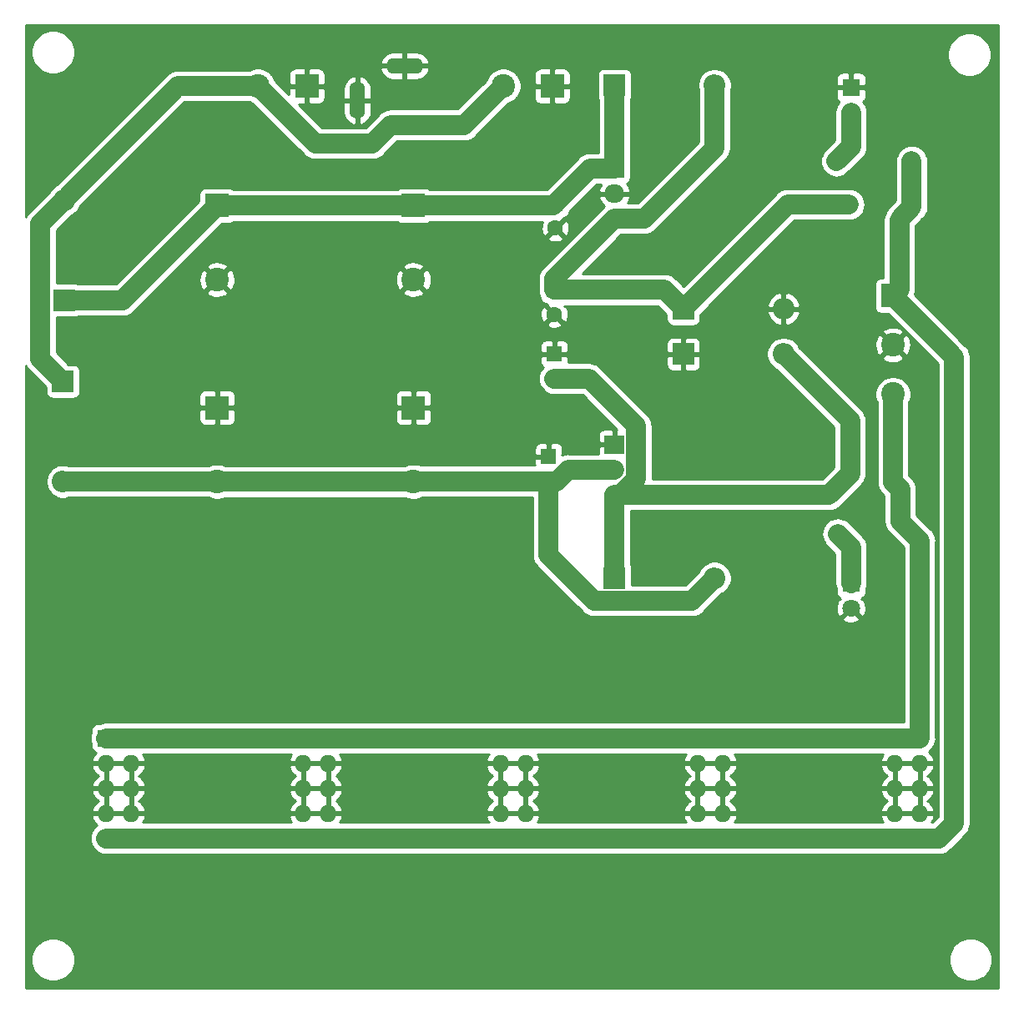
<source format=gbr>
%TF.GenerationSoftware,KiCad,Pcbnew,(5.1.8)-1*%
%TF.CreationDate,2021-04-27T15:23:58-04:00*%
%TF.ProjectId,ww_power-supply - 2,77775f70-6f77-4657-922d-737570706c79,rev?*%
%TF.SameCoordinates,Original*%
%TF.FileFunction,Copper,L1,Top*%
%TF.FilePolarity,Positive*%
%FSLAX46Y46*%
G04 Gerber Fmt 4.6, Leading zero omitted, Abs format (unit mm)*
G04 Created by KiCad (PCBNEW (5.1.8)-1) date 2021-04-27 15:23:58*
%MOMM*%
%LPD*%
G01*
G04 APERTURE LIST*
%TA.AperFunction,ComponentPad*%
%ADD10C,2.400000*%
%TD*%
%TA.AperFunction,ComponentPad*%
%ADD11R,2.400000X2.400000*%
%TD*%
%TA.AperFunction,ComponentPad*%
%ADD12O,1.727200X1.727200*%
%TD*%
%TA.AperFunction,ComponentPad*%
%ADD13R,1.727200X1.727200*%
%TD*%
%TA.AperFunction,ComponentPad*%
%ADD14O,1.600000X3.800000*%
%TD*%
%TA.AperFunction,ComponentPad*%
%ADD15O,4.300000X1.600000*%
%TD*%
%TA.AperFunction,ComponentPad*%
%ADD16O,3.800000X1.600000*%
%TD*%
%TA.AperFunction,ComponentPad*%
%ADD17C,1.600000*%
%TD*%
%TA.AperFunction,ComponentPad*%
%ADD18R,1.600000X1.600000*%
%TD*%
%TA.AperFunction,ComponentPad*%
%ADD19O,2.000000X1.905000*%
%TD*%
%TA.AperFunction,ComponentPad*%
%ADD20R,2.000000X1.905000*%
%TD*%
%TA.AperFunction,ComponentPad*%
%ADD21O,2.200000X2.200000*%
%TD*%
%TA.AperFunction,ComponentPad*%
%ADD22R,2.200000X2.200000*%
%TD*%
%TA.AperFunction,ComponentPad*%
%ADD23O,1.600000X1.600000*%
%TD*%
%TA.AperFunction,ComponentPad*%
%ADD24C,1.270000*%
%TD*%
%TA.AperFunction,ComponentPad*%
%ADD25C,1.800000*%
%TD*%
%TA.AperFunction,ComponentPad*%
%ADD26R,1.800000X1.800000*%
%TD*%
%TA.AperFunction,Conductor*%
%ADD27C,2.000000*%
%TD*%
%TA.AperFunction,Conductor*%
%ADD28C,0.254000*%
%TD*%
%TA.AperFunction,Conductor*%
%ADD29C,0.100000*%
%TD*%
G04 APERTURE END LIST*
D10*
%TO.P,J3,2*%
%TO.N,Net-(D1-Pad2)*%
X99102000Y-70858000D03*
D11*
%TO.P,J3,1*%
%TO.N,GND*%
X104102000Y-70858000D03*
%TD*%
D10*
%TO.P,C4,2*%
%TO.N,Net-(C2-Pad2)*%
X90000000Y-111000000D03*
D11*
%TO.P,C4,1*%
%TO.N,GND*%
X90000000Y-103500000D03*
%TD*%
D10*
%TO.P,C3,2*%
%TO.N,GND*%
X90000000Y-90500000D03*
D11*
%TO.P,C3,1*%
%TO.N,Net-(C1-Pad1)*%
X90000000Y-83000000D03*
%TD*%
D12*
%TO.P,J9,10*%
%TO.N,+12V*%
X61357500Y-147185000D03*
%TO.P,J9,9*%
X58817500Y-147185000D03*
%TO.P,J9,8*%
%TO.N,GND*%
X61357500Y-144645000D03*
%TO.P,J9,7*%
X58817500Y-144645000D03*
%TO.P,J9,6*%
X61357500Y-142105000D03*
%TO.P,J9,5*%
X58817500Y-142105000D03*
%TO.P,J9,4*%
X61357500Y-139565000D03*
%TO.P,J9,3*%
X58817500Y-139565000D03*
%TO.P,J9,2*%
%TO.N,-12V*%
X61357500Y-137025000D03*
D13*
%TO.P,J9,1*%
X58817500Y-137025000D03*
%TD*%
D10*
%TO.P,J2,3*%
%TO.N,-12V*%
X138646000Y-102130500D03*
%TO.P,J2,2*%
%TO.N,GND*%
X138646000Y-97130500D03*
D11*
%TO.P,J2,1*%
%TO.N,+12V*%
X138646000Y-92130500D03*
%TD*%
D10*
%TO.P,J1,2*%
%TO.N,Net-(D1-Pad2)*%
X74210000Y-70858000D03*
D11*
%TO.P,J1,1*%
%TO.N,GND*%
X79210000Y-70858000D03*
%TD*%
D12*
%TO.P,J8,10*%
%TO.N,+12V*%
X81357500Y-147185000D03*
%TO.P,J8,9*%
X78817500Y-147185000D03*
%TO.P,J8,8*%
%TO.N,GND*%
X81357500Y-144645000D03*
%TO.P,J8,7*%
X78817500Y-144645000D03*
%TO.P,J8,6*%
X81357500Y-142105000D03*
%TO.P,J8,5*%
X78817500Y-142105000D03*
%TO.P,J8,4*%
X81357500Y-139565000D03*
%TO.P,J8,3*%
X78817500Y-139565000D03*
%TO.P,J8,2*%
%TO.N,-12V*%
X81357500Y-137025000D03*
D13*
%TO.P,J8,1*%
X78817500Y-137025000D03*
%TD*%
D12*
%TO.P,J7,10*%
%TO.N,+12V*%
X101357500Y-147185000D03*
%TO.P,J7,9*%
X98817500Y-147185000D03*
%TO.P,J7,8*%
%TO.N,GND*%
X101357500Y-144645000D03*
%TO.P,J7,7*%
X98817500Y-144645000D03*
%TO.P,J7,6*%
X101357500Y-142105000D03*
%TO.P,J7,5*%
X98817500Y-142105000D03*
%TO.P,J7,4*%
X101357500Y-139565000D03*
%TO.P,J7,3*%
X98817500Y-139565000D03*
%TO.P,J7,2*%
%TO.N,-12V*%
X101357500Y-137025000D03*
D13*
%TO.P,J7,1*%
X98817500Y-137025000D03*
%TD*%
D12*
%TO.P,J6,10*%
%TO.N,+12V*%
X121376500Y-147185000D03*
%TO.P,J6,9*%
X118836500Y-147185000D03*
%TO.P,J6,8*%
%TO.N,GND*%
X121376500Y-144645000D03*
%TO.P,J6,7*%
X118836500Y-144645000D03*
%TO.P,J6,6*%
X121376500Y-142105000D03*
%TO.P,J6,5*%
X118836500Y-142105000D03*
%TO.P,J6,4*%
X121376500Y-139565000D03*
%TO.P,J6,3*%
X118836500Y-139565000D03*
%TO.P,J6,2*%
%TO.N,-12V*%
X121376500Y-137025000D03*
D13*
%TO.P,J6,1*%
X118836500Y-137025000D03*
%TD*%
D12*
%TO.P,J5,10*%
%TO.N,+12V*%
X141376500Y-147185000D03*
%TO.P,J5,9*%
X138836500Y-147185000D03*
%TO.P,J5,8*%
%TO.N,GND*%
X141376500Y-144645000D03*
%TO.P,J5,7*%
X138836500Y-144645000D03*
%TO.P,J5,6*%
X141376500Y-142105000D03*
%TO.P,J5,5*%
X138836500Y-142105000D03*
%TO.P,J5,4*%
X141376500Y-139565000D03*
%TO.P,J5,3*%
X138836500Y-139565000D03*
%TO.P,J5,2*%
%TO.N,-12V*%
X141376500Y-137025000D03*
D13*
%TO.P,J5,1*%
X138836500Y-137025000D03*
%TD*%
D14*
%TO.P,J4,1*%
%TO.N,GND*%
X84316000Y-72314000D03*
D15*
%TO.P,J4,3*%
%TO.N,Net-(D1-Pad2)*%
X89116000Y-74814000D03*
D16*
%TO.P,J4,2*%
%TO.N,GND*%
X89116000Y-68814000D03*
%TD*%
D17*
%TO.P,C7,2*%
%TO.N,GND*%
X104396000Y-85286000D03*
D18*
%TO.P,C7,1*%
%TO.N,Net-(C1-Pad1)*%
X104396000Y-82786000D03*
%TD*%
D17*
%TO.P,C8,2*%
%TO.N,Net-(C2-Pad2)*%
X103721000Y-110950000D03*
D18*
%TO.P,C8,1*%
%TO.N,GND*%
X103721000Y-108450000D03*
%TD*%
D19*
%TO.P,U2,3*%
%TO.N,Net-(C10-Pad2)*%
X110396000Y-112326000D03*
%TO.P,U2,2*%
%TO.N,Net-(C2-Pad2)*%
X110396000Y-109786000D03*
D20*
%TO.P,U2,1*%
%TO.N,GND*%
X110396000Y-107246000D03*
%TD*%
D21*
%TO.P,D4,2*%
%TO.N,Net-(C2-Pad2)*%
X120556000Y-120786000D03*
D22*
%TO.P,D4,1*%
%TO.N,Net-(C10-Pad2)*%
X110396000Y-120786000D03*
%TD*%
D10*
%TO.P,C1,2*%
%TO.N,GND*%
X70080000Y-90500000D03*
D11*
%TO.P,C1,1*%
%TO.N,Net-(C1-Pad1)*%
X70080000Y-83000000D03*
%TD*%
D19*
%TO.P,U1,3*%
%TO.N,Net-(C9-Pad1)*%
X110396000Y-84326000D03*
%TO.P,U1,2*%
%TO.N,GND*%
X110396000Y-81786000D03*
D20*
%TO.P,U1,1*%
%TO.N,Net-(C1-Pad1)*%
X110396000Y-79246000D03*
%TD*%
D23*
%TO.P,R2,2*%
%TO.N,-12V*%
X140656000Y-116286000D03*
D17*
%TO.P,R2,1*%
%TO.N,Net-(D8-Pad1)*%
X133036000Y-116286000D03*
%TD*%
D23*
%TO.P,R1,2*%
%TO.N,+12V*%
X140556000Y-78486000D03*
D17*
%TO.P,R1,1*%
%TO.N,Net-(D7-Pad2)*%
X132936000Y-78486000D03*
%TD*%
D24*
%TO.P,F2,1*%
%TO.N,-12V*%
X139396000Y-111786000D03*
%TO.P,F2,2*%
%TO.N,Net-(C10-Pad2)*%
X134296000Y-110186000D03*
%TD*%
%TO.P,F1,1*%
%TO.N,+12V*%
X139296000Y-84486000D03*
%TO.P,F1,2*%
%TO.N,Net-(C9-Pad1)*%
X134196000Y-82886000D03*
%TD*%
D25*
%TO.P,D8,2*%
%TO.N,GND*%
X134396000Y-123826000D03*
D26*
%TO.P,D8,1*%
%TO.N,Net-(D8-Pad1)*%
X134396000Y-121286000D03*
%TD*%
D25*
%TO.P,D7,2*%
%TO.N,Net-(D7-Pad2)*%
X134396000Y-73526000D03*
D26*
%TO.P,D7,1*%
%TO.N,GND*%
X134396000Y-70986000D03*
%TD*%
D21*
%TO.P,D6,2*%
%TO.N,Net-(C10-Pad2)*%
X127556000Y-98063712D03*
D22*
%TO.P,D6,1*%
%TO.N,GND*%
X117396000Y-98063712D03*
%TD*%
D21*
%TO.P,D5,2*%
%TO.N,GND*%
X127556000Y-93466000D03*
D22*
%TO.P,D5,1*%
%TO.N,Net-(C9-Pad1)*%
X117396000Y-93466000D03*
%TD*%
D21*
%TO.P,D3,2*%
%TO.N,Net-(C9-Pad1)*%
X120556000Y-70786000D03*
D22*
%TO.P,D3,1*%
%TO.N,Net-(C1-Pad1)*%
X110396000Y-70786000D03*
%TD*%
D21*
%TO.P,D2,2*%
%TO.N,Net-(C2-Pad2)*%
X54445000Y-110990000D03*
D22*
%TO.P,D2,1*%
%TO.N,Net-(D1-Pad2)*%
X54445000Y-100830000D03*
%TD*%
D21*
%TO.P,D1,2*%
%TO.N,Net-(D1-Pad2)*%
X54572000Y-82415000D03*
D22*
%TO.P,D1,1*%
%TO.N,Net-(C1-Pad1)*%
X54572000Y-92575000D03*
%TD*%
D17*
%TO.P,C10,2*%
%TO.N,Net-(C10-Pad2)*%
X104300000Y-100540000D03*
D18*
%TO.P,C10,1*%
%TO.N,GND*%
X104300000Y-98040000D03*
%TD*%
D17*
%TO.P,C9,2*%
%TO.N,GND*%
X104300000Y-94040000D03*
D18*
%TO.P,C9,1*%
%TO.N,Net-(C9-Pad1)*%
X104300000Y-91540000D03*
%TD*%
D10*
%TO.P,C2,2*%
%TO.N,Net-(C2-Pad2)*%
X70080000Y-111000000D03*
D11*
%TO.P,C2,1*%
%TO.N,GND*%
X70080000Y-103500000D03*
%TD*%
D27*
%TO.N,Net-(C1-Pad1)*%
X110396000Y-70786000D02*
X110396000Y-79246000D01*
X107936000Y-79246000D02*
X110396000Y-79246000D01*
X104396000Y-82786000D02*
X107936000Y-79246000D01*
X60505000Y-92575000D02*
X70080000Y-83000000D01*
X54572000Y-92575000D02*
X60505000Y-92575000D01*
X70080000Y-83000000D02*
X90000000Y-83000000D01*
X104182000Y-83000000D02*
X104396000Y-82786000D01*
X90000000Y-83000000D02*
X104182000Y-83000000D01*
%TO.N,Net-(C2-Pad2)*%
X70070000Y-110990000D02*
X70080000Y-111000000D01*
X54445000Y-110990000D02*
X70070000Y-110990000D01*
X70080000Y-111000000D02*
X90000000Y-111000000D01*
X103721000Y-118471002D02*
X103721000Y-110950000D01*
X108335999Y-123086001D02*
X103721000Y-118471002D01*
X118255999Y-123086001D02*
X108335999Y-123086001D01*
X120556000Y-120786000D02*
X118255999Y-123086001D01*
X90050000Y-110950000D02*
X90000000Y-111000000D01*
X103721000Y-110950000D02*
X90050000Y-110950000D01*
X104557001Y-110950000D02*
X103721000Y-110950000D01*
X105721001Y-109786000D02*
X104557001Y-110950000D01*
X110396000Y-109786000D02*
X105721001Y-109786000D01*
%TO.N,Net-(C9-Pad1)*%
X127976000Y-82886000D02*
X117396000Y-93466000D01*
X134196000Y-82886000D02*
X127976000Y-82886000D01*
X115470000Y-91540000D02*
X104300000Y-91540000D01*
X117396000Y-93466000D02*
X115470000Y-91540000D01*
X104300000Y-90422000D02*
X110396000Y-84326000D01*
X104300000Y-91540000D02*
X104300000Y-90422000D01*
X120556000Y-77166000D02*
X120556000Y-70786000D01*
X113396000Y-84326000D02*
X120556000Y-77166000D01*
X110396000Y-84326000D02*
X113396000Y-84326000D01*
%TO.N,Net-(C10-Pad2)*%
X134296000Y-104803712D02*
X127556000Y-98063712D01*
X134296000Y-110186000D02*
X134296000Y-104803712D01*
X110415673Y-112326000D02*
X110405837Y-112335836D01*
X110396000Y-112345674D02*
X110396000Y-120786000D01*
X132156000Y-112326000D02*
X134296000Y-110186000D01*
X110396000Y-112326000D02*
X132156000Y-112326000D01*
X110967283Y-112326000D02*
X110396000Y-112326000D01*
X112596010Y-110697273D02*
X110967283Y-112326000D01*
X112596010Y-105333508D02*
X112596010Y-110697273D01*
X107802502Y-100540000D02*
X112596010Y-105333508D01*
X104300000Y-100540000D02*
X107802502Y-100540000D01*
%TO.N,Net-(D1-Pad2)*%
X95146000Y-74814000D02*
X99102000Y-70858000D01*
X89116000Y-74814000D02*
X95146000Y-74814000D01*
X66129000Y-70858000D02*
X54572000Y-82415000D01*
X74210000Y-70858000D02*
X66129000Y-70858000D01*
X52144999Y-98529999D02*
X54445000Y-100830000D01*
X52144999Y-84842001D02*
X52144999Y-98529999D01*
X54572000Y-82415000D02*
X52144999Y-84842001D01*
X89116000Y-74814000D02*
X87700000Y-74814000D01*
X87700000Y-74814000D02*
X85814000Y-76700000D01*
X80052000Y-76700000D02*
X74210000Y-70858000D01*
X85814000Y-76700000D02*
X80052000Y-76700000D01*
%TO.N,Net-(D7-Pad2)*%
X134396000Y-77026000D02*
X132936000Y-78486000D01*
X134396000Y-73526000D02*
X134396000Y-77026000D01*
%TO.N,Net-(D8-Pad1)*%
X134396000Y-117646000D02*
X133036000Y-116286000D01*
X134396000Y-121286000D02*
X134396000Y-117646000D01*
%TO.N,+12V*%
X140556000Y-83126000D02*
X139396000Y-84286000D01*
X140556000Y-78486000D02*
X140556000Y-83126000D01*
X141376500Y-147185000D02*
X138836500Y-147185000D01*
X138836500Y-147185000D02*
X121376500Y-147185000D01*
X121376500Y-147185000D02*
X118836500Y-147185000D01*
X118836500Y-147185000D02*
X101357500Y-147185000D01*
X101357500Y-147185000D02*
X98817500Y-147185000D01*
X98817500Y-147185000D02*
X81357500Y-147185000D01*
X81357500Y-147185000D02*
X78817500Y-147185000D01*
X78817500Y-147185000D02*
X61357500Y-147185000D01*
X61357500Y-147185000D02*
X58817500Y-147185000D01*
X141376500Y-147185000D02*
X143345000Y-147185000D01*
X143345000Y-147185000D02*
X144869000Y-145661000D01*
X144869000Y-98353500D02*
X138646000Y-92130500D01*
X144869000Y-145661000D02*
X144869000Y-98353500D01*
X139296000Y-91480500D02*
X138646000Y-92130500D01*
X139296000Y-84486000D02*
X139296000Y-91480500D01*
%TO.N,-12V*%
X138646000Y-111036000D02*
X139396000Y-111786000D01*
X138646000Y-102286000D02*
X138646000Y-111036000D01*
X139396000Y-115026000D02*
X140656000Y-116286000D01*
X139396000Y-111786000D02*
X139396000Y-115026000D01*
X58817500Y-137025000D02*
X61357500Y-137025000D01*
X61357500Y-137025000D02*
X78817500Y-137025000D01*
X78817500Y-137025000D02*
X81357500Y-137025000D01*
X81357500Y-137025000D02*
X98817500Y-137025000D01*
X98817500Y-137025000D02*
X101357500Y-137025000D01*
X101357500Y-137025000D02*
X118836500Y-137025000D01*
X118836500Y-137025000D02*
X121376500Y-137025000D01*
X121376500Y-137025000D02*
X138836500Y-137025000D01*
X138836500Y-137025000D02*
X141376500Y-137025000D01*
X141376500Y-117006500D02*
X140656000Y-116286000D01*
X141376500Y-137025000D02*
X141376500Y-117006500D01*
%TD*%
D28*
%TO.N,GND*%
X149340001Y-162340000D02*
X50660000Y-162340000D01*
X50660000Y-159283872D01*
X51194000Y-159283872D01*
X51194000Y-159724128D01*
X51279890Y-160155925D01*
X51448369Y-160562669D01*
X51692962Y-160928729D01*
X52004271Y-161240038D01*
X52370331Y-161484631D01*
X52777075Y-161653110D01*
X53208872Y-161739000D01*
X53649128Y-161739000D01*
X54080925Y-161653110D01*
X54487669Y-161484631D01*
X54853729Y-161240038D01*
X55165038Y-160928729D01*
X55409631Y-160562669D01*
X55578110Y-160155925D01*
X55664000Y-159724128D01*
X55664000Y-159283872D01*
X144285000Y-159283872D01*
X144285000Y-159724128D01*
X144370890Y-160155925D01*
X144539369Y-160562669D01*
X144783962Y-160928729D01*
X145095271Y-161240038D01*
X145461331Y-161484631D01*
X145868075Y-161653110D01*
X146299872Y-161739000D01*
X146740128Y-161739000D01*
X147171925Y-161653110D01*
X147578669Y-161484631D01*
X147944729Y-161240038D01*
X148256038Y-160928729D01*
X148500631Y-160562669D01*
X148669110Y-160155925D01*
X148755000Y-159724128D01*
X148755000Y-159283872D01*
X148669110Y-158852075D01*
X148500631Y-158445331D01*
X148256038Y-158079271D01*
X147944729Y-157767962D01*
X147578669Y-157523369D01*
X147171925Y-157354890D01*
X146740128Y-157269000D01*
X146299872Y-157269000D01*
X145868075Y-157354890D01*
X145461331Y-157523369D01*
X145095271Y-157767962D01*
X144783962Y-158079271D01*
X144539369Y-158445331D01*
X144370890Y-158852075D01*
X144285000Y-159283872D01*
X55664000Y-159283872D01*
X55578110Y-158852075D01*
X55409631Y-158445331D01*
X55165038Y-158079271D01*
X54853729Y-157767962D01*
X54487669Y-157523369D01*
X54080925Y-157354890D01*
X53649128Y-157269000D01*
X53208872Y-157269000D01*
X52777075Y-157354890D01*
X52370331Y-157523369D01*
X52004271Y-157767962D01*
X51692962Y-158079271D01*
X51448369Y-158445331D01*
X51279890Y-158852075D01*
X51194000Y-159283872D01*
X50660000Y-159283872D01*
X50660000Y-147185000D01*
X57174589Y-147185000D01*
X57206157Y-147505516D01*
X57299648Y-147813715D01*
X57451469Y-148097752D01*
X57655786Y-148346714D01*
X57904748Y-148551031D01*
X58188785Y-148702852D01*
X58496984Y-148796343D01*
X58737178Y-148820000D01*
X143264681Y-148820000D01*
X143345000Y-148827911D01*
X143425319Y-148820000D01*
X143425322Y-148820000D01*
X143665516Y-148796343D01*
X143973715Y-148702852D01*
X144257752Y-148551031D01*
X144506714Y-148346714D01*
X144557925Y-148284314D01*
X145968320Y-146873919D01*
X146030714Y-146822714D01*
X146235031Y-146573752D01*
X146386852Y-146289715D01*
X146480343Y-145981516D01*
X146504000Y-145741322D01*
X146504000Y-145741320D01*
X146511911Y-145661001D01*
X146504000Y-145580681D01*
X146504000Y-98433819D01*
X146511911Y-98353500D01*
X146499636Y-98228874D01*
X146480343Y-98032984D01*
X146386852Y-97724785D01*
X146235031Y-97440748D01*
X146030714Y-97191786D01*
X145968319Y-97140580D01*
X140842503Y-92014765D01*
X140872823Y-91914815D01*
X140907343Y-91801017D01*
X140938911Y-91480500D01*
X140931000Y-91400178D01*
X140931000Y-85063239D01*
X141655323Y-84338916D01*
X141717714Y-84287714D01*
X141922031Y-84038752D01*
X142073852Y-83754715D01*
X142091791Y-83695578D01*
X142167343Y-83446517D01*
X142198911Y-83126000D01*
X142191000Y-83045678D01*
X142191000Y-78405678D01*
X142167343Y-78165484D01*
X142073852Y-77857285D01*
X141922031Y-77573248D01*
X141717714Y-77324286D01*
X141468751Y-77119969D01*
X141184714Y-76968148D01*
X140876515Y-76874657D01*
X140556000Y-76843089D01*
X140235484Y-76874657D01*
X139927285Y-76968148D01*
X139643248Y-77119969D01*
X139394286Y-77324286D01*
X139189969Y-77573249D01*
X139038148Y-77857286D01*
X138944657Y-78165485D01*
X138921000Y-78405679D01*
X138921001Y-82448760D01*
X138183085Y-83186677D01*
X138029970Y-83373248D01*
X137878148Y-83657286D01*
X137869091Y-83687144D01*
X137778148Y-83857286D01*
X137684657Y-84165485D01*
X137661000Y-84405679D01*
X137661001Y-90292428D01*
X137446000Y-90292428D01*
X137321518Y-90304688D01*
X137201820Y-90340998D01*
X137091506Y-90399963D01*
X136994815Y-90479315D01*
X136915463Y-90576006D01*
X136856498Y-90686320D01*
X136820188Y-90806018D01*
X136807928Y-90930500D01*
X136807928Y-93330500D01*
X136820188Y-93454982D01*
X136856498Y-93574680D01*
X136915463Y-93684994D01*
X136994815Y-93781685D01*
X137091506Y-93861037D01*
X137201820Y-93920002D01*
X137321518Y-93956312D01*
X137446000Y-93968572D01*
X138171834Y-93968572D01*
X143234001Y-99030740D01*
X143234000Y-144983761D01*
X142667762Y-145550000D01*
X142562019Y-145550000D01*
X142659184Y-145419944D01*
X142785722Y-145154814D01*
X142831458Y-145004026D01*
X142710317Y-144772000D01*
X141503500Y-144772000D01*
X141503500Y-144792000D01*
X141249500Y-144792000D01*
X141249500Y-144772000D01*
X138963500Y-144772000D01*
X138963500Y-144792000D01*
X138709500Y-144792000D01*
X138709500Y-144772000D01*
X137502683Y-144772000D01*
X137381542Y-145004026D01*
X137427278Y-145154814D01*
X137553816Y-145419944D01*
X137650981Y-145550000D01*
X122562019Y-145550000D01*
X122659184Y-145419944D01*
X122785722Y-145154814D01*
X122831458Y-145004026D01*
X122710317Y-144772000D01*
X121503500Y-144772000D01*
X121503500Y-144792000D01*
X121249500Y-144792000D01*
X121249500Y-144772000D01*
X118963500Y-144772000D01*
X118963500Y-144792000D01*
X118709500Y-144792000D01*
X118709500Y-144772000D01*
X117502683Y-144772000D01*
X117381542Y-145004026D01*
X117427278Y-145154814D01*
X117553816Y-145419944D01*
X117650981Y-145550000D01*
X102543019Y-145550000D01*
X102640184Y-145419944D01*
X102766722Y-145154814D01*
X102812458Y-145004026D01*
X102691317Y-144772000D01*
X101484500Y-144772000D01*
X101484500Y-144792000D01*
X101230500Y-144792000D01*
X101230500Y-144772000D01*
X98944500Y-144772000D01*
X98944500Y-144792000D01*
X98690500Y-144792000D01*
X98690500Y-144772000D01*
X97483683Y-144772000D01*
X97362542Y-145004026D01*
X97408278Y-145154814D01*
X97534816Y-145419944D01*
X97631981Y-145550000D01*
X82543019Y-145550000D01*
X82640184Y-145419944D01*
X82766722Y-145154814D01*
X82812458Y-145004026D01*
X82691317Y-144772000D01*
X81484500Y-144772000D01*
X81484500Y-144792000D01*
X81230500Y-144792000D01*
X81230500Y-144772000D01*
X78944500Y-144772000D01*
X78944500Y-144792000D01*
X78690500Y-144792000D01*
X78690500Y-144772000D01*
X77483683Y-144772000D01*
X77362542Y-145004026D01*
X77408278Y-145154814D01*
X77534816Y-145419944D01*
X77631981Y-145550000D01*
X62543019Y-145550000D01*
X62640184Y-145419944D01*
X62766722Y-145154814D01*
X62812458Y-145004026D01*
X62691317Y-144772000D01*
X61484500Y-144772000D01*
X61484500Y-144792000D01*
X61230500Y-144792000D01*
X61230500Y-144772000D01*
X58944500Y-144772000D01*
X58944500Y-144792000D01*
X58690500Y-144792000D01*
X58690500Y-144772000D01*
X57483683Y-144772000D01*
X57362542Y-145004026D01*
X57408278Y-145154814D01*
X57534816Y-145419944D01*
X57710646Y-145655293D01*
X57898349Y-145824221D01*
X57655786Y-146023286D01*
X57451469Y-146272248D01*
X57299648Y-146556285D01*
X57206157Y-146864484D01*
X57174589Y-147185000D01*
X50660000Y-147185000D01*
X50660000Y-142464026D01*
X57362542Y-142464026D01*
X57408278Y-142614814D01*
X57534816Y-142879944D01*
X57710646Y-143115293D01*
X57929012Y-143311817D01*
X58035270Y-143375000D01*
X57929012Y-143438183D01*
X57710646Y-143634707D01*
X57534816Y-143870056D01*
X57408278Y-144135186D01*
X57362542Y-144285974D01*
X57483683Y-144518000D01*
X58690500Y-144518000D01*
X58690500Y-142232000D01*
X58944500Y-142232000D01*
X58944500Y-144518000D01*
X61230500Y-144518000D01*
X61230500Y-142232000D01*
X61484500Y-142232000D01*
X61484500Y-144518000D01*
X62691317Y-144518000D01*
X62812458Y-144285974D01*
X62766722Y-144135186D01*
X62640184Y-143870056D01*
X62464354Y-143634707D01*
X62245988Y-143438183D01*
X62139730Y-143375000D01*
X62245988Y-143311817D01*
X62464354Y-143115293D01*
X62640184Y-142879944D01*
X62766722Y-142614814D01*
X62812458Y-142464026D01*
X77362542Y-142464026D01*
X77408278Y-142614814D01*
X77534816Y-142879944D01*
X77710646Y-143115293D01*
X77929012Y-143311817D01*
X78035270Y-143375000D01*
X77929012Y-143438183D01*
X77710646Y-143634707D01*
X77534816Y-143870056D01*
X77408278Y-144135186D01*
X77362542Y-144285974D01*
X77483683Y-144518000D01*
X78690500Y-144518000D01*
X78690500Y-142232000D01*
X78944500Y-142232000D01*
X78944500Y-144518000D01*
X81230500Y-144518000D01*
X81230500Y-142232000D01*
X81484500Y-142232000D01*
X81484500Y-144518000D01*
X82691317Y-144518000D01*
X82812458Y-144285974D01*
X82766722Y-144135186D01*
X82640184Y-143870056D01*
X82464354Y-143634707D01*
X82245988Y-143438183D01*
X82139730Y-143375000D01*
X82245988Y-143311817D01*
X82464354Y-143115293D01*
X82640184Y-142879944D01*
X82766722Y-142614814D01*
X82812458Y-142464026D01*
X97362542Y-142464026D01*
X97408278Y-142614814D01*
X97534816Y-142879944D01*
X97710646Y-143115293D01*
X97929012Y-143311817D01*
X98035270Y-143375000D01*
X97929012Y-143438183D01*
X97710646Y-143634707D01*
X97534816Y-143870056D01*
X97408278Y-144135186D01*
X97362542Y-144285974D01*
X97483683Y-144518000D01*
X98690500Y-144518000D01*
X98690500Y-142232000D01*
X98944500Y-142232000D01*
X98944500Y-144518000D01*
X101230500Y-144518000D01*
X101230500Y-142232000D01*
X101484500Y-142232000D01*
X101484500Y-144518000D01*
X102691317Y-144518000D01*
X102812458Y-144285974D01*
X102766722Y-144135186D01*
X102640184Y-143870056D01*
X102464354Y-143634707D01*
X102245988Y-143438183D01*
X102139730Y-143375000D01*
X102245988Y-143311817D01*
X102464354Y-143115293D01*
X102640184Y-142879944D01*
X102766722Y-142614814D01*
X102812458Y-142464026D01*
X117381542Y-142464026D01*
X117427278Y-142614814D01*
X117553816Y-142879944D01*
X117729646Y-143115293D01*
X117948012Y-143311817D01*
X118054270Y-143375000D01*
X117948012Y-143438183D01*
X117729646Y-143634707D01*
X117553816Y-143870056D01*
X117427278Y-144135186D01*
X117381542Y-144285974D01*
X117502683Y-144518000D01*
X118709500Y-144518000D01*
X118709500Y-142232000D01*
X118963500Y-142232000D01*
X118963500Y-144518000D01*
X121249500Y-144518000D01*
X121249500Y-142232000D01*
X121503500Y-142232000D01*
X121503500Y-144518000D01*
X122710317Y-144518000D01*
X122831458Y-144285974D01*
X122785722Y-144135186D01*
X122659184Y-143870056D01*
X122483354Y-143634707D01*
X122264988Y-143438183D01*
X122158730Y-143375000D01*
X122264988Y-143311817D01*
X122483354Y-143115293D01*
X122659184Y-142879944D01*
X122785722Y-142614814D01*
X122831458Y-142464026D01*
X137381542Y-142464026D01*
X137427278Y-142614814D01*
X137553816Y-142879944D01*
X137729646Y-143115293D01*
X137948012Y-143311817D01*
X138054270Y-143375000D01*
X137948012Y-143438183D01*
X137729646Y-143634707D01*
X137553816Y-143870056D01*
X137427278Y-144135186D01*
X137381542Y-144285974D01*
X137502683Y-144518000D01*
X138709500Y-144518000D01*
X138709500Y-142232000D01*
X138963500Y-142232000D01*
X138963500Y-144518000D01*
X141249500Y-144518000D01*
X141249500Y-142232000D01*
X141503500Y-142232000D01*
X141503500Y-144518000D01*
X142710317Y-144518000D01*
X142831458Y-144285974D01*
X142785722Y-144135186D01*
X142659184Y-143870056D01*
X142483354Y-143634707D01*
X142264988Y-143438183D01*
X142158730Y-143375000D01*
X142264988Y-143311817D01*
X142483354Y-143115293D01*
X142659184Y-142879944D01*
X142785722Y-142614814D01*
X142831458Y-142464026D01*
X142710317Y-142232000D01*
X141503500Y-142232000D01*
X141249500Y-142232000D01*
X138963500Y-142232000D01*
X138709500Y-142232000D01*
X137502683Y-142232000D01*
X137381542Y-142464026D01*
X122831458Y-142464026D01*
X122710317Y-142232000D01*
X121503500Y-142232000D01*
X121249500Y-142232000D01*
X118963500Y-142232000D01*
X118709500Y-142232000D01*
X117502683Y-142232000D01*
X117381542Y-142464026D01*
X102812458Y-142464026D01*
X102691317Y-142232000D01*
X101484500Y-142232000D01*
X101230500Y-142232000D01*
X98944500Y-142232000D01*
X98690500Y-142232000D01*
X97483683Y-142232000D01*
X97362542Y-142464026D01*
X82812458Y-142464026D01*
X82691317Y-142232000D01*
X81484500Y-142232000D01*
X81230500Y-142232000D01*
X78944500Y-142232000D01*
X78690500Y-142232000D01*
X77483683Y-142232000D01*
X77362542Y-142464026D01*
X62812458Y-142464026D01*
X62691317Y-142232000D01*
X61484500Y-142232000D01*
X61230500Y-142232000D01*
X58944500Y-142232000D01*
X58690500Y-142232000D01*
X57483683Y-142232000D01*
X57362542Y-142464026D01*
X50660000Y-142464026D01*
X50660000Y-139924026D01*
X57362542Y-139924026D01*
X57408278Y-140074814D01*
X57534816Y-140339944D01*
X57710646Y-140575293D01*
X57929012Y-140771817D01*
X58035270Y-140835000D01*
X57929012Y-140898183D01*
X57710646Y-141094707D01*
X57534816Y-141330056D01*
X57408278Y-141595186D01*
X57362542Y-141745974D01*
X57483683Y-141978000D01*
X58690500Y-141978000D01*
X58690500Y-139692000D01*
X58944500Y-139692000D01*
X58944500Y-141978000D01*
X61230500Y-141978000D01*
X61230500Y-139692000D01*
X61484500Y-139692000D01*
X61484500Y-141978000D01*
X62691317Y-141978000D01*
X62812458Y-141745974D01*
X62766722Y-141595186D01*
X62640184Y-141330056D01*
X62464354Y-141094707D01*
X62245988Y-140898183D01*
X62139730Y-140835000D01*
X62245988Y-140771817D01*
X62464354Y-140575293D01*
X62640184Y-140339944D01*
X62766722Y-140074814D01*
X62812458Y-139924026D01*
X77362542Y-139924026D01*
X77408278Y-140074814D01*
X77534816Y-140339944D01*
X77710646Y-140575293D01*
X77929012Y-140771817D01*
X78035270Y-140835000D01*
X77929012Y-140898183D01*
X77710646Y-141094707D01*
X77534816Y-141330056D01*
X77408278Y-141595186D01*
X77362542Y-141745974D01*
X77483683Y-141978000D01*
X78690500Y-141978000D01*
X78690500Y-139692000D01*
X78944500Y-139692000D01*
X78944500Y-141978000D01*
X81230500Y-141978000D01*
X81230500Y-139692000D01*
X81484500Y-139692000D01*
X81484500Y-141978000D01*
X82691317Y-141978000D01*
X82812458Y-141745974D01*
X82766722Y-141595186D01*
X82640184Y-141330056D01*
X82464354Y-141094707D01*
X82245988Y-140898183D01*
X82139730Y-140835000D01*
X82245988Y-140771817D01*
X82464354Y-140575293D01*
X82640184Y-140339944D01*
X82766722Y-140074814D01*
X82812458Y-139924026D01*
X97362542Y-139924026D01*
X97408278Y-140074814D01*
X97534816Y-140339944D01*
X97710646Y-140575293D01*
X97929012Y-140771817D01*
X98035270Y-140835000D01*
X97929012Y-140898183D01*
X97710646Y-141094707D01*
X97534816Y-141330056D01*
X97408278Y-141595186D01*
X97362542Y-141745974D01*
X97483683Y-141978000D01*
X98690500Y-141978000D01*
X98690500Y-139692000D01*
X98944500Y-139692000D01*
X98944500Y-141978000D01*
X101230500Y-141978000D01*
X101230500Y-139692000D01*
X101484500Y-139692000D01*
X101484500Y-141978000D01*
X102691317Y-141978000D01*
X102812458Y-141745974D01*
X102766722Y-141595186D01*
X102640184Y-141330056D01*
X102464354Y-141094707D01*
X102245988Y-140898183D01*
X102139730Y-140835000D01*
X102245988Y-140771817D01*
X102464354Y-140575293D01*
X102640184Y-140339944D01*
X102766722Y-140074814D01*
X102812458Y-139924026D01*
X117381542Y-139924026D01*
X117427278Y-140074814D01*
X117553816Y-140339944D01*
X117729646Y-140575293D01*
X117948012Y-140771817D01*
X118054270Y-140835000D01*
X117948012Y-140898183D01*
X117729646Y-141094707D01*
X117553816Y-141330056D01*
X117427278Y-141595186D01*
X117381542Y-141745974D01*
X117502683Y-141978000D01*
X118709500Y-141978000D01*
X118709500Y-139692000D01*
X118963500Y-139692000D01*
X118963500Y-141978000D01*
X121249500Y-141978000D01*
X121249500Y-139692000D01*
X121503500Y-139692000D01*
X121503500Y-141978000D01*
X122710317Y-141978000D01*
X122831458Y-141745974D01*
X122785722Y-141595186D01*
X122659184Y-141330056D01*
X122483354Y-141094707D01*
X122264988Y-140898183D01*
X122158730Y-140835000D01*
X122264988Y-140771817D01*
X122483354Y-140575293D01*
X122659184Y-140339944D01*
X122785722Y-140074814D01*
X122831458Y-139924026D01*
X137381542Y-139924026D01*
X137427278Y-140074814D01*
X137553816Y-140339944D01*
X137729646Y-140575293D01*
X137948012Y-140771817D01*
X138054270Y-140835000D01*
X137948012Y-140898183D01*
X137729646Y-141094707D01*
X137553816Y-141330056D01*
X137427278Y-141595186D01*
X137381542Y-141745974D01*
X137502683Y-141978000D01*
X138709500Y-141978000D01*
X138709500Y-139692000D01*
X138963500Y-139692000D01*
X138963500Y-141978000D01*
X141249500Y-141978000D01*
X141249500Y-139692000D01*
X141503500Y-139692000D01*
X141503500Y-141978000D01*
X142710317Y-141978000D01*
X142831458Y-141745974D01*
X142785722Y-141595186D01*
X142659184Y-141330056D01*
X142483354Y-141094707D01*
X142264988Y-140898183D01*
X142158730Y-140835000D01*
X142264988Y-140771817D01*
X142483354Y-140575293D01*
X142659184Y-140339944D01*
X142785722Y-140074814D01*
X142831458Y-139924026D01*
X142710317Y-139692000D01*
X141503500Y-139692000D01*
X141249500Y-139692000D01*
X138963500Y-139692000D01*
X138709500Y-139692000D01*
X137502683Y-139692000D01*
X137381542Y-139924026D01*
X122831458Y-139924026D01*
X122710317Y-139692000D01*
X121503500Y-139692000D01*
X121249500Y-139692000D01*
X118963500Y-139692000D01*
X118709500Y-139692000D01*
X117502683Y-139692000D01*
X117381542Y-139924026D01*
X102812458Y-139924026D01*
X102691317Y-139692000D01*
X101484500Y-139692000D01*
X101230500Y-139692000D01*
X98944500Y-139692000D01*
X98690500Y-139692000D01*
X97483683Y-139692000D01*
X97362542Y-139924026D01*
X82812458Y-139924026D01*
X82691317Y-139692000D01*
X81484500Y-139692000D01*
X81230500Y-139692000D01*
X78944500Y-139692000D01*
X78690500Y-139692000D01*
X77483683Y-139692000D01*
X77362542Y-139924026D01*
X62812458Y-139924026D01*
X62691317Y-139692000D01*
X61484500Y-139692000D01*
X61230500Y-139692000D01*
X58944500Y-139692000D01*
X58690500Y-139692000D01*
X57483683Y-139692000D01*
X57362542Y-139924026D01*
X50660000Y-139924026D01*
X50660000Y-137025000D01*
X57174589Y-137025000D01*
X57206157Y-137345516D01*
X57299648Y-137653715D01*
X57315828Y-137683986D01*
X57315828Y-137888600D01*
X57328088Y-138013082D01*
X57364398Y-138132780D01*
X57423363Y-138243094D01*
X57502715Y-138339785D01*
X57599406Y-138419137D01*
X57709720Y-138478102D01*
X57774074Y-138497624D01*
X57710646Y-138554707D01*
X57534816Y-138790056D01*
X57408278Y-139055186D01*
X57362542Y-139205974D01*
X57483683Y-139438000D01*
X58690500Y-139438000D01*
X58690500Y-139418000D01*
X58944500Y-139418000D01*
X58944500Y-139438000D01*
X61230500Y-139438000D01*
X61230500Y-139418000D01*
X61484500Y-139418000D01*
X61484500Y-139438000D01*
X62691317Y-139438000D01*
X62812458Y-139205974D01*
X62766722Y-139055186D01*
X62640184Y-138790056D01*
X62543019Y-138660000D01*
X77631981Y-138660000D01*
X77534816Y-138790056D01*
X77408278Y-139055186D01*
X77362542Y-139205974D01*
X77483683Y-139438000D01*
X78690500Y-139438000D01*
X78690500Y-139418000D01*
X78944500Y-139418000D01*
X78944500Y-139438000D01*
X81230500Y-139438000D01*
X81230500Y-139418000D01*
X81484500Y-139418000D01*
X81484500Y-139438000D01*
X82691317Y-139438000D01*
X82812458Y-139205974D01*
X82766722Y-139055186D01*
X82640184Y-138790056D01*
X82543019Y-138660000D01*
X97631981Y-138660000D01*
X97534816Y-138790056D01*
X97408278Y-139055186D01*
X97362542Y-139205974D01*
X97483683Y-139438000D01*
X98690500Y-139438000D01*
X98690500Y-139418000D01*
X98944500Y-139418000D01*
X98944500Y-139438000D01*
X101230500Y-139438000D01*
X101230500Y-139418000D01*
X101484500Y-139418000D01*
X101484500Y-139438000D01*
X102691317Y-139438000D01*
X102812458Y-139205974D01*
X102766722Y-139055186D01*
X102640184Y-138790056D01*
X102543019Y-138660000D01*
X117650981Y-138660000D01*
X117553816Y-138790056D01*
X117427278Y-139055186D01*
X117381542Y-139205974D01*
X117502683Y-139438000D01*
X118709500Y-139438000D01*
X118709500Y-139418000D01*
X118963500Y-139418000D01*
X118963500Y-139438000D01*
X121249500Y-139438000D01*
X121249500Y-139418000D01*
X121503500Y-139418000D01*
X121503500Y-139438000D01*
X122710317Y-139438000D01*
X122831458Y-139205974D01*
X122785722Y-139055186D01*
X122659184Y-138790056D01*
X122562019Y-138660000D01*
X137650981Y-138660000D01*
X137553816Y-138790056D01*
X137427278Y-139055186D01*
X137381542Y-139205974D01*
X137502683Y-139438000D01*
X138709500Y-139438000D01*
X138709500Y-139418000D01*
X138963500Y-139418000D01*
X138963500Y-139438000D01*
X141249500Y-139438000D01*
X141249500Y-139418000D01*
X141503500Y-139418000D01*
X141503500Y-139438000D01*
X142710317Y-139438000D01*
X142831458Y-139205974D01*
X142785722Y-139055186D01*
X142659184Y-138790056D01*
X142483354Y-138554707D01*
X142295651Y-138385779D01*
X142538214Y-138186714D01*
X142742531Y-137937752D01*
X142894352Y-137653715D01*
X142987843Y-137345516D01*
X143019411Y-137025000D01*
X143011500Y-136944678D01*
X143011500Y-117086822D01*
X143019411Y-117006500D01*
X142987843Y-116685983D01*
X142894352Y-116377785D01*
X142842068Y-116279969D01*
X142742531Y-116093748D01*
X142538214Y-115844786D01*
X142475813Y-115793575D01*
X141868920Y-115186682D01*
X141868915Y-115186676D01*
X141031000Y-114348762D01*
X141031000Y-111866319D01*
X141038911Y-111785999D01*
X141030173Y-111697285D01*
X141007343Y-111465484D01*
X140913852Y-111157285D01*
X140762031Y-110873248D01*
X140557714Y-110624286D01*
X140495314Y-110573076D01*
X140281000Y-110358762D01*
X140281000Y-102978348D01*
X140410482Y-102665750D01*
X140481000Y-102311232D01*
X140481000Y-101949768D01*
X140410482Y-101595250D01*
X140272156Y-101261301D01*
X140071338Y-100960756D01*
X139815744Y-100705162D01*
X139515199Y-100504344D01*
X139181250Y-100366018D01*
X138826732Y-100295500D01*
X138465268Y-100295500D01*
X138110750Y-100366018D01*
X137776801Y-100504344D01*
X137476256Y-100705162D01*
X137220662Y-100960756D01*
X137019844Y-101261301D01*
X136881518Y-101595250D01*
X136811000Y-101949768D01*
X136811000Y-102311232D01*
X136881518Y-102665750D01*
X137011000Y-102978348D01*
X137011001Y-110955671D01*
X137003089Y-111036000D01*
X137034658Y-111356516D01*
X137128148Y-111664714D01*
X137234002Y-111862752D01*
X137279970Y-111948752D01*
X137484287Y-112197714D01*
X137546682Y-112248920D01*
X137761000Y-112463238D01*
X137761001Y-114945671D01*
X137753089Y-115026000D01*
X137784658Y-115346516D01*
X137878148Y-115654714D01*
X137879523Y-115657286D01*
X138029970Y-115938752D01*
X138234287Y-116187714D01*
X138296682Y-116238920D01*
X139556676Y-117498915D01*
X139556682Y-117498920D01*
X139741501Y-117683739D01*
X139741500Y-135390000D01*
X58737178Y-135390000D01*
X58496984Y-135413657D01*
X58188785Y-135507148D01*
X58158514Y-135523328D01*
X57953900Y-135523328D01*
X57829418Y-135535588D01*
X57709720Y-135571898D01*
X57599406Y-135630863D01*
X57502715Y-135710215D01*
X57423363Y-135806906D01*
X57364398Y-135917220D01*
X57328088Y-136036918D01*
X57315828Y-136161400D01*
X57315828Y-136366014D01*
X57299648Y-136396285D01*
X57206157Y-136704484D01*
X57174589Y-137025000D01*
X50660000Y-137025000D01*
X50660000Y-124890080D01*
X133511525Y-124890080D01*
X133595208Y-125144261D01*
X133867775Y-125275158D01*
X134160642Y-125350365D01*
X134462553Y-125366991D01*
X134761907Y-125324397D01*
X135047199Y-125224222D01*
X135196792Y-125144261D01*
X135280475Y-124890080D01*
X134396000Y-124005605D01*
X133511525Y-124890080D01*
X50660000Y-124890080D01*
X50660000Y-110819117D01*
X52710000Y-110819117D01*
X52710000Y-111160883D01*
X52776675Y-111496081D01*
X52907463Y-111811831D01*
X53097337Y-112095998D01*
X53339002Y-112337663D01*
X53623169Y-112527537D01*
X53938919Y-112658325D01*
X54274117Y-112725000D01*
X54615883Y-112725000D01*
X54951081Y-112658325D01*
X55031535Y-112625000D01*
X69209071Y-112625000D01*
X69210801Y-112626156D01*
X69544750Y-112764482D01*
X69899268Y-112835000D01*
X70260732Y-112835000D01*
X70615250Y-112764482D01*
X70927848Y-112635000D01*
X89152152Y-112635000D01*
X89464750Y-112764482D01*
X89819268Y-112835000D01*
X90180732Y-112835000D01*
X90535250Y-112764482D01*
X90869199Y-112626156D01*
X90930793Y-112585000D01*
X102086001Y-112585000D01*
X102086000Y-118390682D01*
X102078089Y-118471002D01*
X102086000Y-118551321D01*
X102086000Y-118551323D01*
X102109657Y-118791517D01*
X102203148Y-119099716D01*
X102354969Y-119383753D01*
X102559286Y-119632716D01*
X102621687Y-119683927D01*
X107123079Y-124185320D01*
X107174285Y-124247715D01*
X107423247Y-124452032D01*
X107707284Y-124603853D01*
X108015483Y-124697344D01*
X108255677Y-124721001D01*
X108255679Y-124721001D01*
X108335998Y-124728912D01*
X108416318Y-124721001D01*
X118175680Y-124721001D01*
X118255999Y-124728912D01*
X118336318Y-124721001D01*
X118336321Y-124721001D01*
X118576515Y-124697344D01*
X118884714Y-124603853D01*
X119168751Y-124452032D01*
X119417713Y-124247715D01*
X119468923Y-124185315D01*
X121297378Y-122356862D01*
X121377831Y-122323537D01*
X121661998Y-122133663D01*
X121903663Y-121891998D01*
X122093537Y-121607831D01*
X122224325Y-121292081D01*
X122291000Y-120956883D01*
X122291000Y-120615117D01*
X122224325Y-120279919D01*
X122093537Y-119964169D01*
X121903663Y-119680002D01*
X121661998Y-119438337D01*
X121377831Y-119248463D01*
X121062081Y-119117675D01*
X120726883Y-119051000D01*
X120385117Y-119051000D01*
X120049919Y-119117675D01*
X119734169Y-119248463D01*
X119450002Y-119438337D01*
X119208337Y-119680002D01*
X119018463Y-119964169D01*
X118985138Y-120044622D01*
X117578761Y-121451001D01*
X112134072Y-121451001D01*
X112134072Y-119686000D01*
X112121812Y-119561518D01*
X112085502Y-119441820D01*
X112031000Y-119339856D01*
X112031000Y-116286000D01*
X131393089Y-116286000D01*
X131424658Y-116606516D01*
X131518148Y-116914714D01*
X131669970Y-117198752D01*
X131823085Y-117385323D01*
X132761001Y-118323239D01*
X132761000Y-121366321D01*
X132784657Y-121606515D01*
X132857928Y-121848057D01*
X132857928Y-122186000D01*
X132870188Y-122310482D01*
X132906498Y-122430180D01*
X132965463Y-122540494D01*
X133044815Y-122637185D01*
X133141506Y-122716537D01*
X133251820Y-122775502D01*
X133262735Y-122778813D01*
X133215970Y-122825578D01*
X133331918Y-122941526D01*
X133077739Y-123025208D01*
X132946842Y-123297775D01*
X132871635Y-123590642D01*
X132855009Y-123892553D01*
X132897603Y-124191907D01*
X132997778Y-124477199D01*
X133077739Y-124626792D01*
X133331920Y-124710475D01*
X134216395Y-123826000D01*
X134202253Y-123811858D01*
X134381858Y-123632253D01*
X134396000Y-123646395D01*
X134410143Y-123632253D01*
X134589748Y-123811858D01*
X134575605Y-123826000D01*
X135460080Y-124710475D01*
X135714261Y-124626792D01*
X135845158Y-124354225D01*
X135920365Y-124061358D01*
X135936991Y-123759447D01*
X135894397Y-123460093D01*
X135794222Y-123174801D01*
X135714261Y-123025208D01*
X135460082Y-122941526D01*
X135576030Y-122825578D01*
X135529265Y-122778813D01*
X135540180Y-122775502D01*
X135650494Y-122716537D01*
X135747185Y-122637185D01*
X135826537Y-122540494D01*
X135885502Y-122430180D01*
X135921812Y-122310482D01*
X135934072Y-122186000D01*
X135934072Y-121848058D01*
X136007343Y-121606516D01*
X136031000Y-121366322D01*
X136031000Y-117726319D01*
X136038911Y-117645999D01*
X136019381Y-117447713D01*
X136007343Y-117325484D01*
X135913852Y-117017285D01*
X135762031Y-116733248D01*
X135557714Y-116484286D01*
X135495318Y-116433079D01*
X134135323Y-115073085D01*
X133948752Y-114919970D01*
X133664714Y-114768148D01*
X133356516Y-114674658D01*
X133036000Y-114643089D01*
X132715484Y-114674658D01*
X132407286Y-114768148D01*
X132123248Y-114919970D01*
X131874287Y-115124287D01*
X131669970Y-115373248D01*
X131518148Y-115657286D01*
X131424658Y-115965484D01*
X131393089Y-116286000D01*
X112031000Y-116286000D01*
X112031000Y-113961000D01*
X132075681Y-113961000D01*
X132156000Y-113968911D01*
X132236319Y-113961000D01*
X132236322Y-113961000D01*
X132476516Y-113937343D01*
X132784715Y-113843852D01*
X133068752Y-113692031D01*
X133317714Y-113487714D01*
X133368925Y-113425313D01*
X135395320Y-111398919D01*
X135457714Y-111347714D01*
X135662031Y-111098752D01*
X135813852Y-110814715D01*
X135907343Y-110506516D01*
X135931000Y-110266322D01*
X135931000Y-110266320D01*
X135938911Y-110186001D01*
X135931000Y-110105681D01*
X135931000Y-104884031D01*
X135938911Y-104803711D01*
X135928696Y-104700000D01*
X135907343Y-104483196D01*
X135813852Y-104174997D01*
X135662031Y-103890960D01*
X135457714Y-103641998D01*
X135395319Y-103590792D01*
X130213007Y-98408480D01*
X137547626Y-98408480D01*
X137667514Y-98693336D01*
X137991210Y-98854199D01*
X138340069Y-98948822D01*
X138700684Y-98973567D01*
X139059198Y-98927485D01*
X139401833Y-98812346D01*
X139624486Y-98693336D01*
X139744374Y-98408480D01*
X138646000Y-97310105D01*
X137547626Y-98408480D01*
X130213007Y-98408480D01*
X129126863Y-97322337D01*
X129093537Y-97241881D01*
X129055654Y-97185184D01*
X136802933Y-97185184D01*
X136849015Y-97543698D01*
X136964154Y-97886333D01*
X137083164Y-98108986D01*
X137368020Y-98228874D01*
X138466395Y-97130500D01*
X138825605Y-97130500D01*
X139923980Y-98228874D01*
X140208836Y-98108986D01*
X140369699Y-97785290D01*
X140464322Y-97436431D01*
X140489067Y-97075816D01*
X140442985Y-96717302D01*
X140327846Y-96374667D01*
X140208836Y-96152014D01*
X139923980Y-96032126D01*
X138825605Y-97130500D01*
X138466395Y-97130500D01*
X137368020Y-96032126D01*
X137083164Y-96152014D01*
X136922301Y-96475710D01*
X136827678Y-96824569D01*
X136802933Y-97185184D01*
X129055654Y-97185184D01*
X128903663Y-96957714D01*
X128661998Y-96716049D01*
X128377831Y-96526175D01*
X128062081Y-96395387D01*
X127726883Y-96328712D01*
X127385117Y-96328712D01*
X127049919Y-96395387D01*
X126734169Y-96526175D01*
X126450002Y-96716049D01*
X126208337Y-96957714D01*
X126018463Y-97241881D01*
X125887675Y-97557631D01*
X125821000Y-97892829D01*
X125821000Y-98234595D01*
X125887675Y-98569793D01*
X126018463Y-98885543D01*
X126208337Y-99169710D01*
X126450002Y-99411375D01*
X126734169Y-99601249D01*
X126814625Y-99634575D01*
X132661001Y-105480952D01*
X132661000Y-109508761D01*
X131478762Y-110691000D01*
X114238303Y-110691000D01*
X114231010Y-110616951D01*
X114231010Y-105413827D01*
X114238921Y-105333507D01*
X114223432Y-105176250D01*
X114207353Y-105012992D01*
X114113862Y-104704793D01*
X113962041Y-104420756D01*
X113757724Y-104171794D01*
X113695330Y-104120589D01*
X109015427Y-99440687D01*
X108964216Y-99378286D01*
X108715254Y-99173969D01*
X108696065Y-99163712D01*
X115657928Y-99163712D01*
X115670188Y-99288194D01*
X115706498Y-99407892D01*
X115765463Y-99518206D01*
X115844815Y-99614897D01*
X115941506Y-99694249D01*
X116051820Y-99753214D01*
X116171518Y-99789524D01*
X116296000Y-99801784D01*
X117110250Y-99798712D01*
X117269000Y-99639962D01*
X117269000Y-98190712D01*
X117523000Y-98190712D01*
X117523000Y-99639962D01*
X117681750Y-99798712D01*
X118496000Y-99801784D01*
X118620482Y-99789524D01*
X118740180Y-99753214D01*
X118850494Y-99694249D01*
X118947185Y-99614897D01*
X119026537Y-99518206D01*
X119085502Y-99407892D01*
X119121812Y-99288194D01*
X119134072Y-99163712D01*
X119131000Y-98349462D01*
X118972250Y-98190712D01*
X117523000Y-98190712D01*
X117269000Y-98190712D01*
X115819750Y-98190712D01*
X115661000Y-98349462D01*
X115657928Y-99163712D01*
X108696065Y-99163712D01*
X108431217Y-99022148D01*
X108123018Y-98928657D01*
X107882824Y-98905000D01*
X107882821Y-98905000D01*
X107802502Y-98897089D01*
X107722183Y-98905000D01*
X105731670Y-98905000D01*
X105738072Y-98840000D01*
X105735000Y-98325750D01*
X105576250Y-98167000D01*
X104427000Y-98167000D01*
X104427000Y-98187000D01*
X104173000Y-98187000D01*
X104173000Y-98167000D01*
X103023750Y-98167000D01*
X102865000Y-98325750D01*
X102861928Y-98840000D01*
X102874188Y-98964482D01*
X102910498Y-99084180D01*
X102969463Y-99194494D01*
X103048815Y-99291185D01*
X103145506Y-99370537D01*
X103146852Y-99371256D01*
X103138286Y-99378286D01*
X102933969Y-99627248D01*
X102782148Y-99911285D01*
X102688657Y-100219484D01*
X102657089Y-100540000D01*
X102688657Y-100860516D01*
X102782148Y-101168715D01*
X102933969Y-101452752D01*
X103138286Y-101701714D01*
X103387248Y-101906031D01*
X103671285Y-102057852D01*
X103979484Y-102151343D01*
X104219678Y-102175000D01*
X107125264Y-102175000D01*
X110645257Y-105694993D01*
X110523000Y-105817250D01*
X110523000Y-107119000D01*
X110543000Y-107119000D01*
X110543000Y-107373000D01*
X110523000Y-107373000D01*
X110523000Y-107393000D01*
X110269000Y-107393000D01*
X110269000Y-107373000D01*
X108919750Y-107373000D01*
X108761000Y-107531750D01*
X108758147Y-108151000D01*
X105801323Y-108151000D01*
X105721001Y-108143089D01*
X105400484Y-108174657D01*
X105092286Y-108268148D01*
X105005960Y-108314290D01*
X105156000Y-108164250D01*
X105159072Y-107650000D01*
X105146812Y-107525518D01*
X105110502Y-107405820D01*
X105051537Y-107295506D01*
X104972185Y-107198815D01*
X104875494Y-107119463D01*
X104765180Y-107060498D01*
X104645482Y-107024188D01*
X104521000Y-107011928D01*
X104006750Y-107015000D01*
X103848000Y-107173750D01*
X103848000Y-108323000D01*
X103868000Y-108323000D01*
X103868000Y-108577000D01*
X103848000Y-108577000D01*
X103848000Y-108597000D01*
X103594000Y-108597000D01*
X103594000Y-108577000D01*
X102444750Y-108577000D01*
X102286000Y-108735750D01*
X102282928Y-109250000D01*
X102289330Y-109315000D01*
X90727137Y-109315000D01*
X90535250Y-109235518D01*
X90180732Y-109165000D01*
X89819268Y-109165000D01*
X89464750Y-109235518D01*
X89152152Y-109365000D01*
X70927848Y-109365000D01*
X70615250Y-109235518D01*
X70260732Y-109165000D01*
X69899268Y-109165000D01*
X69544750Y-109235518D01*
X69256295Y-109355000D01*
X55031535Y-109355000D01*
X54951081Y-109321675D01*
X54615883Y-109255000D01*
X54274117Y-109255000D01*
X53938919Y-109321675D01*
X53623169Y-109452463D01*
X53339002Y-109642337D01*
X53097337Y-109884002D01*
X52907463Y-110168169D01*
X52776675Y-110483919D01*
X52710000Y-110819117D01*
X50660000Y-110819117D01*
X50660000Y-107650000D01*
X102282928Y-107650000D01*
X102286000Y-108164250D01*
X102444750Y-108323000D01*
X103594000Y-108323000D01*
X103594000Y-107173750D01*
X103435250Y-107015000D01*
X102921000Y-107011928D01*
X102796518Y-107024188D01*
X102676820Y-107060498D01*
X102566506Y-107119463D01*
X102469815Y-107198815D01*
X102390463Y-107295506D01*
X102331498Y-107405820D01*
X102295188Y-107525518D01*
X102282928Y-107650000D01*
X50660000Y-107650000D01*
X50660000Y-106293500D01*
X108757928Y-106293500D01*
X108761000Y-106960250D01*
X108919750Y-107119000D01*
X110269000Y-107119000D01*
X110269000Y-105817250D01*
X110110250Y-105658500D01*
X109396000Y-105655428D01*
X109271518Y-105667688D01*
X109151820Y-105703998D01*
X109041506Y-105762963D01*
X108944815Y-105842315D01*
X108865463Y-105939006D01*
X108806498Y-106049320D01*
X108770188Y-106169018D01*
X108757928Y-106293500D01*
X50660000Y-106293500D01*
X50660000Y-104700000D01*
X68241928Y-104700000D01*
X68254188Y-104824482D01*
X68290498Y-104944180D01*
X68349463Y-105054494D01*
X68428815Y-105151185D01*
X68525506Y-105230537D01*
X68635820Y-105289502D01*
X68755518Y-105325812D01*
X68880000Y-105338072D01*
X69794250Y-105335000D01*
X69953000Y-105176250D01*
X69953000Y-103627000D01*
X70207000Y-103627000D01*
X70207000Y-105176250D01*
X70365750Y-105335000D01*
X71280000Y-105338072D01*
X71404482Y-105325812D01*
X71524180Y-105289502D01*
X71634494Y-105230537D01*
X71731185Y-105151185D01*
X71810537Y-105054494D01*
X71869502Y-104944180D01*
X71905812Y-104824482D01*
X71918072Y-104700000D01*
X88161928Y-104700000D01*
X88174188Y-104824482D01*
X88210498Y-104944180D01*
X88269463Y-105054494D01*
X88348815Y-105151185D01*
X88445506Y-105230537D01*
X88555820Y-105289502D01*
X88675518Y-105325812D01*
X88800000Y-105338072D01*
X89714250Y-105335000D01*
X89873000Y-105176250D01*
X89873000Y-103627000D01*
X90127000Y-103627000D01*
X90127000Y-105176250D01*
X90285750Y-105335000D01*
X91200000Y-105338072D01*
X91324482Y-105325812D01*
X91444180Y-105289502D01*
X91554494Y-105230537D01*
X91651185Y-105151185D01*
X91730537Y-105054494D01*
X91789502Y-104944180D01*
X91825812Y-104824482D01*
X91838072Y-104700000D01*
X91835000Y-103785750D01*
X91676250Y-103627000D01*
X90127000Y-103627000D01*
X89873000Y-103627000D01*
X88323750Y-103627000D01*
X88165000Y-103785750D01*
X88161928Y-104700000D01*
X71918072Y-104700000D01*
X71915000Y-103785750D01*
X71756250Y-103627000D01*
X70207000Y-103627000D01*
X69953000Y-103627000D01*
X68403750Y-103627000D01*
X68245000Y-103785750D01*
X68241928Y-104700000D01*
X50660000Y-104700000D01*
X50660000Y-99220176D01*
X50697955Y-99291185D01*
X50778969Y-99442751D01*
X50983286Y-99691713D01*
X51045681Y-99742919D01*
X52706928Y-101404167D01*
X52706928Y-101930000D01*
X52719188Y-102054482D01*
X52755498Y-102174180D01*
X52814463Y-102284494D01*
X52893815Y-102381185D01*
X52990506Y-102460537D01*
X53100820Y-102519502D01*
X53220518Y-102555812D01*
X53345000Y-102568072D01*
X55545000Y-102568072D01*
X55669482Y-102555812D01*
X55789180Y-102519502D01*
X55899494Y-102460537D01*
X55996185Y-102381185D01*
X56062811Y-102300000D01*
X68241928Y-102300000D01*
X68245000Y-103214250D01*
X68403750Y-103373000D01*
X69953000Y-103373000D01*
X69953000Y-101823750D01*
X70207000Y-101823750D01*
X70207000Y-103373000D01*
X71756250Y-103373000D01*
X71915000Y-103214250D01*
X71918072Y-102300000D01*
X88161928Y-102300000D01*
X88165000Y-103214250D01*
X88323750Y-103373000D01*
X89873000Y-103373000D01*
X89873000Y-101823750D01*
X90127000Y-101823750D01*
X90127000Y-103373000D01*
X91676250Y-103373000D01*
X91835000Y-103214250D01*
X91838072Y-102300000D01*
X91825812Y-102175518D01*
X91789502Y-102055820D01*
X91730537Y-101945506D01*
X91651185Y-101848815D01*
X91554494Y-101769463D01*
X91444180Y-101710498D01*
X91324482Y-101674188D01*
X91200000Y-101661928D01*
X90285750Y-101665000D01*
X90127000Y-101823750D01*
X89873000Y-101823750D01*
X89714250Y-101665000D01*
X88800000Y-101661928D01*
X88675518Y-101674188D01*
X88555820Y-101710498D01*
X88445506Y-101769463D01*
X88348815Y-101848815D01*
X88269463Y-101945506D01*
X88210498Y-102055820D01*
X88174188Y-102175518D01*
X88161928Y-102300000D01*
X71918072Y-102300000D01*
X71905812Y-102175518D01*
X71869502Y-102055820D01*
X71810537Y-101945506D01*
X71731185Y-101848815D01*
X71634494Y-101769463D01*
X71524180Y-101710498D01*
X71404482Y-101674188D01*
X71280000Y-101661928D01*
X70365750Y-101665000D01*
X70207000Y-101823750D01*
X69953000Y-101823750D01*
X69794250Y-101665000D01*
X68880000Y-101661928D01*
X68755518Y-101674188D01*
X68635820Y-101710498D01*
X68525506Y-101769463D01*
X68428815Y-101848815D01*
X68349463Y-101945506D01*
X68290498Y-102055820D01*
X68254188Y-102175518D01*
X68241928Y-102300000D01*
X56062811Y-102300000D01*
X56075537Y-102284494D01*
X56134502Y-102174180D01*
X56170812Y-102054482D01*
X56183072Y-101930000D01*
X56183072Y-99730000D01*
X56170812Y-99605518D01*
X56134502Y-99485820D01*
X56075537Y-99375506D01*
X55996185Y-99278815D01*
X55899494Y-99199463D01*
X55789180Y-99140498D01*
X55669482Y-99104188D01*
X55545000Y-99091928D01*
X55019167Y-99091928D01*
X53779999Y-97852761D01*
X53779999Y-97240000D01*
X102861928Y-97240000D01*
X102865000Y-97754250D01*
X103023750Y-97913000D01*
X104173000Y-97913000D01*
X104173000Y-96763750D01*
X104427000Y-96763750D01*
X104427000Y-97913000D01*
X105576250Y-97913000D01*
X105735000Y-97754250D01*
X105738072Y-97240000D01*
X105725812Y-97115518D01*
X105689502Y-96995820D01*
X105672340Y-96963712D01*
X115657928Y-96963712D01*
X115661000Y-97777962D01*
X115819750Y-97936712D01*
X117269000Y-97936712D01*
X117269000Y-96487462D01*
X117523000Y-96487462D01*
X117523000Y-97936712D01*
X118972250Y-97936712D01*
X119131000Y-97777962D01*
X119134072Y-96963712D01*
X119121812Y-96839230D01*
X119085502Y-96719532D01*
X119026537Y-96609218D01*
X118947185Y-96512527D01*
X118850494Y-96433175D01*
X118740180Y-96374210D01*
X118620482Y-96337900D01*
X118496000Y-96325640D01*
X117681750Y-96328712D01*
X117523000Y-96487462D01*
X117269000Y-96487462D01*
X117110250Y-96328712D01*
X116296000Y-96325640D01*
X116171518Y-96337900D01*
X116051820Y-96374210D01*
X115941506Y-96433175D01*
X115844815Y-96512527D01*
X115765463Y-96609218D01*
X115706498Y-96719532D01*
X115670188Y-96839230D01*
X115657928Y-96963712D01*
X105672340Y-96963712D01*
X105630537Y-96885506D01*
X105551185Y-96788815D01*
X105454494Y-96709463D01*
X105344180Y-96650498D01*
X105224482Y-96614188D01*
X105100000Y-96601928D01*
X104585750Y-96605000D01*
X104427000Y-96763750D01*
X104173000Y-96763750D01*
X104014250Y-96605000D01*
X103500000Y-96601928D01*
X103375518Y-96614188D01*
X103255820Y-96650498D01*
X103145506Y-96709463D01*
X103048815Y-96788815D01*
X102969463Y-96885506D01*
X102910498Y-96995820D01*
X102874188Y-97115518D01*
X102861928Y-97240000D01*
X53779999Y-97240000D01*
X53779999Y-95852520D01*
X137547626Y-95852520D01*
X138646000Y-96950895D01*
X139744374Y-95852520D01*
X139624486Y-95567664D01*
X139300790Y-95406801D01*
X138951931Y-95312178D01*
X138591316Y-95287433D01*
X138232802Y-95333515D01*
X137890167Y-95448654D01*
X137667514Y-95567664D01*
X137547626Y-95852520D01*
X53779999Y-95852520D01*
X53779999Y-95032702D01*
X103486903Y-95032702D01*
X103558486Y-95276671D01*
X103813996Y-95397571D01*
X104088184Y-95466300D01*
X104370512Y-95480217D01*
X104650130Y-95438787D01*
X104916292Y-95343603D01*
X105041514Y-95276671D01*
X105113097Y-95032702D01*
X104300000Y-94219605D01*
X103486903Y-95032702D01*
X53779999Y-95032702D01*
X53779999Y-94313072D01*
X55672000Y-94313072D01*
X55796482Y-94300812D01*
X55916180Y-94264502D01*
X56018144Y-94210000D01*
X60424681Y-94210000D01*
X60505000Y-94217911D01*
X60585319Y-94210000D01*
X60585322Y-94210000D01*
X60825516Y-94186343D01*
X61075497Y-94110512D01*
X102859783Y-94110512D01*
X102901213Y-94390130D01*
X102996397Y-94656292D01*
X103063329Y-94781514D01*
X103307298Y-94853097D01*
X104120395Y-94040000D01*
X103307298Y-93226903D01*
X103063329Y-93298486D01*
X102942429Y-93553996D01*
X102873700Y-93828184D01*
X102859783Y-94110512D01*
X61075497Y-94110512D01*
X61133715Y-94092852D01*
X61417752Y-93941031D01*
X61666714Y-93736714D01*
X61717925Y-93674313D01*
X63614258Y-91777980D01*
X68981626Y-91777980D01*
X69101514Y-92062836D01*
X69425210Y-92223699D01*
X69774069Y-92318322D01*
X70134684Y-92343067D01*
X70493198Y-92296985D01*
X70835833Y-92181846D01*
X71058486Y-92062836D01*
X71178374Y-91777980D01*
X88901626Y-91777980D01*
X89021514Y-92062836D01*
X89345210Y-92223699D01*
X89694069Y-92318322D01*
X90054684Y-92343067D01*
X90413198Y-92296985D01*
X90755833Y-92181846D01*
X90978486Y-92062836D01*
X91098374Y-91777980D01*
X90000000Y-90679605D01*
X88901626Y-91777980D01*
X71178374Y-91777980D01*
X70080000Y-90679605D01*
X68981626Y-91777980D01*
X63614258Y-91777980D01*
X64837554Y-90554684D01*
X68236933Y-90554684D01*
X68283015Y-90913198D01*
X68398154Y-91255833D01*
X68517164Y-91478486D01*
X68802020Y-91598374D01*
X69900395Y-90500000D01*
X70259605Y-90500000D01*
X71357980Y-91598374D01*
X71642836Y-91478486D01*
X71803699Y-91154790D01*
X71898322Y-90805931D01*
X71915562Y-90554684D01*
X88156933Y-90554684D01*
X88203015Y-90913198D01*
X88318154Y-91255833D01*
X88437164Y-91478486D01*
X88722020Y-91598374D01*
X89820395Y-90500000D01*
X90179605Y-90500000D01*
X91277980Y-91598374D01*
X91562836Y-91478486D01*
X91723699Y-91154790D01*
X91818322Y-90805931D01*
X91843067Y-90445316D01*
X91840071Y-90422000D01*
X102657089Y-90422000D01*
X102665000Y-90502319D01*
X102665000Y-91459678D01*
X102657089Y-91540000D01*
X102688657Y-91860516D01*
X102782148Y-92168715D01*
X102861928Y-92317973D01*
X102861928Y-92340000D01*
X102874188Y-92464482D01*
X102910498Y-92584180D01*
X102969463Y-92694494D01*
X103048815Y-92791185D01*
X103145506Y-92870537D01*
X103255820Y-92929502D01*
X103375518Y-92965812D01*
X103500000Y-92978072D01*
X103507215Y-92978072D01*
X103486903Y-93047298D01*
X104300000Y-93860395D01*
X104314143Y-93846253D01*
X104493748Y-94025858D01*
X104479605Y-94040000D01*
X105292702Y-94853097D01*
X105536671Y-94781514D01*
X105657571Y-94526004D01*
X105726300Y-94251816D01*
X105740217Y-93969488D01*
X105698787Y-93689870D01*
X105603603Y-93423708D01*
X105536671Y-93298486D01*
X105292704Y-93226903D01*
X105344607Y-93175000D01*
X114792762Y-93175000D01*
X115657928Y-94040167D01*
X115657928Y-94566000D01*
X115670188Y-94690482D01*
X115706498Y-94810180D01*
X115765463Y-94920494D01*
X115844815Y-95017185D01*
X115941506Y-95096537D01*
X116051820Y-95155502D01*
X116171518Y-95191812D01*
X116296000Y-95204072D01*
X118496000Y-95204072D01*
X118620482Y-95191812D01*
X118740180Y-95155502D01*
X118850494Y-95096537D01*
X118947185Y-95017185D01*
X119026537Y-94920494D01*
X119085502Y-94810180D01*
X119121812Y-94690482D01*
X119134072Y-94566000D01*
X119134072Y-94040166D01*
X119312116Y-93862122D01*
X125866825Y-93862122D01*
X125931425Y-94075094D01*
X126081469Y-94380329D01*
X126288178Y-94650427D01*
X126543609Y-94875008D01*
X126837946Y-95045442D01*
X127159877Y-95155179D01*
X127429000Y-95037600D01*
X127429000Y-93593000D01*
X127683000Y-93593000D01*
X127683000Y-95037600D01*
X127952123Y-95155179D01*
X128274054Y-95045442D01*
X128568391Y-94875008D01*
X128823822Y-94650427D01*
X129030531Y-94380329D01*
X129180575Y-94075094D01*
X129245175Y-93862122D01*
X129127125Y-93593000D01*
X127683000Y-93593000D01*
X127429000Y-93593000D01*
X125984875Y-93593000D01*
X125866825Y-93862122D01*
X119312116Y-93862122D01*
X120104360Y-93069878D01*
X125866825Y-93069878D01*
X125984875Y-93339000D01*
X127429000Y-93339000D01*
X127429000Y-91894400D01*
X127683000Y-91894400D01*
X127683000Y-93339000D01*
X129127125Y-93339000D01*
X129245175Y-93069878D01*
X129180575Y-92856906D01*
X129030531Y-92551671D01*
X128823822Y-92281573D01*
X128568391Y-92056992D01*
X128274054Y-91886558D01*
X127952123Y-91776821D01*
X127683000Y-91894400D01*
X127429000Y-91894400D01*
X127159877Y-91776821D01*
X126837946Y-91886558D01*
X126543609Y-92056992D01*
X126288178Y-92281573D01*
X126081469Y-92551671D01*
X125931425Y-92856906D01*
X125866825Y-93069878D01*
X120104360Y-93069878D01*
X128653239Y-84521000D01*
X134276322Y-84521000D01*
X134516516Y-84497343D01*
X134824715Y-84403852D01*
X135108752Y-84252031D01*
X135357714Y-84047714D01*
X135562031Y-83798752D01*
X135713852Y-83514715D01*
X135807343Y-83206516D01*
X135838911Y-82886000D01*
X135807343Y-82565484D01*
X135713852Y-82257285D01*
X135562031Y-81973248D01*
X135357714Y-81724286D01*
X135108752Y-81519969D01*
X134824715Y-81368148D01*
X134516516Y-81274657D01*
X134276322Y-81251000D01*
X128056319Y-81251000D01*
X127975999Y-81243089D01*
X127895679Y-81251000D01*
X127895678Y-81251000D01*
X127655484Y-81274657D01*
X127347285Y-81368148D01*
X127063248Y-81519969D01*
X126814286Y-81724286D01*
X126763080Y-81786681D01*
X117396000Y-91153762D01*
X116682925Y-90440687D01*
X116631714Y-90378286D01*
X116382752Y-90173969D01*
X116098715Y-90022148D01*
X115790516Y-89928657D01*
X115550322Y-89905000D01*
X115550319Y-89905000D01*
X115470000Y-89897089D01*
X115389681Y-89905000D01*
X107129238Y-89905000D01*
X111073239Y-85961000D01*
X113315681Y-85961000D01*
X113396000Y-85968911D01*
X113476319Y-85961000D01*
X113476322Y-85961000D01*
X113716516Y-85937343D01*
X114024715Y-85843852D01*
X114308752Y-85692031D01*
X114557714Y-85487714D01*
X114608925Y-85425313D01*
X121548238Y-78486000D01*
X131293089Y-78486000D01*
X131324658Y-78806516D01*
X131418148Y-79114714D01*
X131569970Y-79398752D01*
X131774287Y-79647713D01*
X132023248Y-79852030D01*
X132307286Y-80003852D01*
X132615484Y-80097342D01*
X132936000Y-80128911D01*
X133256516Y-80097342D01*
X133564714Y-80003852D01*
X133848752Y-79852030D01*
X134035323Y-79698915D01*
X135495318Y-78238921D01*
X135557714Y-78187714D01*
X135762031Y-77938752D01*
X135913852Y-77654715D01*
X135964875Y-77486515D01*
X136007343Y-77346517D01*
X136038911Y-77026000D01*
X136031000Y-76945678D01*
X136031000Y-73445678D01*
X136007343Y-73205484D01*
X135913852Y-72897285D01*
X135762031Y-72613248D01*
X135615810Y-72435076D01*
X135650494Y-72416537D01*
X135747185Y-72337185D01*
X135826537Y-72240494D01*
X135885502Y-72130180D01*
X135921812Y-72010482D01*
X135934072Y-71886000D01*
X135931000Y-71271750D01*
X135772250Y-71113000D01*
X134523000Y-71113000D01*
X134523000Y-71133000D01*
X134269000Y-71133000D01*
X134269000Y-71113000D01*
X133019750Y-71113000D01*
X132861000Y-71271750D01*
X132857928Y-71886000D01*
X132870188Y-72010482D01*
X132906498Y-72130180D01*
X132965463Y-72240494D01*
X133044815Y-72337185D01*
X133141506Y-72416537D01*
X133176190Y-72435076D01*
X133029969Y-72613249D01*
X132878148Y-72897286D01*
X132784657Y-73205485D01*
X132761000Y-73445679D01*
X132761001Y-76348761D01*
X131723085Y-77386677D01*
X131569970Y-77573248D01*
X131418148Y-77857286D01*
X131324658Y-78165484D01*
X131293089Y-78486000D01*
X121548238Y-78486000D01*
X121655320Y-78378919D01*
X121717714Y-78327714D01*
X121922031Y-78078752D01*
X122073852Y-77794715D01*
X122167343Y-77486516D01*
X122191000Y-77246322D01*
X122191000Y-77246320D01*
X122198911Y-77166001D01*
X122191000Y-77085681D01*
X122191000Y-71372535D01*
X122224325Y-71292081D01*
X122291000Y-70956883D01*
X122291000Y-70615117D01*
X122224325Y-70279919D01*
X122144002Y-70086000D01*
X132857928Y-70086000D01*
X132861000Y-70700250D01*
X133019750Y-70859000D01*
X134269000Y-70859000D01*
X134269000Y-69609750D01*
X134523000Y-69609750D01*
X134523000Y-70859000D01*
X135772250Y-70859000D01*
X135931000Y-70700250D01*
X135934072Y-70086000D01*
X135921812Y-69961518D01*
X135885502Y-69841820D01*
X135826537Y-69731506D01*
X135747185Y-69634815D01*
X135650494Y-69555463D01*
X135540180Y-69496498D01*
X135420482Y-69460188D01*
X135296000Y-69447928D01*
X134681750Y-69451000D01*
X134523000Y-69609750D01*
X134269000Y-69609750D01*
X134110250Y-69451000D01*
X133496000Y-69447928D01*
X133371518Y-69460188D01*
X133251820Y-69496498D01*
X133141506Y-69555463D01*
X133044815Y-69634815D01*
X132965463Y-69731506D01*
X132906498Y-69841820D01*
X132870188Y-69961518D01*
X132857928Y-70086000D01*
X122144002Y-70086000D01*
X122093537Y-69964169D01*
X121903663Y-69680002D01*
X121661998Y-69438337D01*
X121377831Y-69248463D01*
X121062081Y-69117675D01*
X120726883Y-69051000D01*
X120385117Y-69051000D01*
X120049919Y-69117675D01*
X119734169Y-69248463D01*
X119450002Y-69438337D01*
X119208337Y-69680002D01*
X119018463Y-69964169D01*
X118887675Y-70279919D01*
X118821000Y-70615117D01*
X118821000Y-70956883D01*
X118887675Y-71292081D01*
X118921001Y-71372537D01*
X118921000Y-76488761D01*
X112718762Y-82691000D01*
X111741406Y-82691000D01*
X111771969Y-82652923D01*
X111915571Y-82377094D01*
X111986563Y-82158980D01*
X111866594Y-81913000D01*
X110523000Y-81913000D01*
X110523000Y-81933000D01*
X110269000Y-81933000D01*
X110269000Y-81913000D01*
X108925406Y-81913000D01*
X108805437Y-82158980D01*
X108876429Y-82377094D01*
X109020031Y-82652923D01*
X109214685Y-82895437D01*
X109386363Y-83039480D01*
X109234286Y-83164286D01*
X109183080Y-83226681D01*
X103200682Y-89209080D01*
X103138287Y-89260286D01*
X102933970Y-89509248D01*
X102782148Y-89793285D01*
X102688657Y-90101484D01*
X102665067Y-90340998D01*
X102657089Y-90422000D01*
X91840071Y-90422000D01*
X91796985Y-90086802D01*
X91681846Y-89744167D01*
X91562836Y-89521514D01*
X91277980Y-89401626D01*
X90179605Y-90500000D01*
X89820395Y-90500000D01*
X88722020Y-89401626D01*
X88437164Y-89521514D01*
X88276301Y-89845210D01*
X88181678Y-90194069D01*
X88156933Y-90554684D01*
X71915562Y-90554684D01*
X71923067Y-90445316D01*
X71876985Y-90086802D01*
X71761846Y-89744167D01*
X71642836Y-89521514D01*
X71357980Y-89401626D01*
X70259605Y-90500000D01*
X69900395Y-90500000D01*
X68802020Y-89401626D01*
X68517164Y-89521514D01*
X68356301Y-89845210D01*
X68261678Y-90194069D01*
X68236933Y-90554684D01*
X64837554Y-90554684D01*
X66170218Y-89222020D01*
X68981626Y-89222020D01*
X70080000Y-90320395D01*
X71178374Y-89222020D01*
X88901626Y-89222020D01*
X90000000Y-90320395D01*
X91098374Y-89222020D01*
X90978486Y-88937164D01*
X90654790Y-88776301D01*
X90305931Y-88681678D01*
X89945316Y-88656933D01*
X89586802Y-88703015D01*
X89244167Y-88818154D01*
X89021514Y-88937164D01*
X88901626Y-89222020D01*
X71178374Y-89222020D01*
X71058486Y-88937164D01*
X70734790Y-88776301D01*
X70385931Y-88681678D01*
X70025316Y-88656933D01*
X69666802Y-88703015D01*
X69324167Y-88818154D01*
X69101514Y-88937164D01*
X68981626Y-89222020D01*
X66170218Y-89222020D01*
X69113536Y-86278702D01*
X103582903Y-86278702D01*
X103654486Y-86522671D01*
X103909996Y-86643571D01*
X104184184Y-86712300D01*
X104466512Y-86726217D01*
X104746130Y-86684787D01*
X105012292Y-86589603D01*
X105137514Y-86522671D01*
X105209097Y-86278702D01*
X104396000Y-85465605D01*
X103582903Y-86278702D01*
X69113536Y-86278702D01*
X70554167Y-84838072D01*
X71280000Y-84838072D01*
X71404482Y-84825812D01*
X71524180Y-84789502D01*
X71634494Y-84730537D01*
X71731185Y-84651185D01*
X71744468Y-84635000D01*
X88335532Y-84635000D01*
X88348815Y-84651185D01*
X88445506Y-84730537D01*
X88555820Y-84789502D01*
X88675518Y-84825812D01*
X88800000Y-84838072D01*
X91200000Y-84838072D01*
X91324482Y-84825812D01*
X91444180Y-84789502D01*
X91554494Y-84730537D01*
X91651185Y-84651185D01*
X91664468Y-84635000D01*
X103116500Y-84635000D01*
X103038429Y-84799996D01*
X102969700Y-85074184D01*
X102955783Y-85356512D01*
X102997213Y-85636130D01*
X103092397Y-85902292D01*
X103159329Y-86027514D01*
X103403298Y-86099097D01*
X104216395Y-85286000D01*
X104575605Y-85286000D01*
X105388702Y-86099097D01*
X105632671Y-86027514D01*
X105753571Y-85772004D01*
X105822300Y-85497816D01*
X105836217Y-85215488D01*
X105794787Y-84935870D01*
X105699603Y-84669708D01*
X105632671Y-84544486D01*
X105388702Y-84472903D01*
X104575605Y-85286000D01*
X104216395Y-85286000D01*
X104202253Y-85271858D01*
X104381858Y-85092253D01*
X104396000Y-85106395D01*
X105209097Y-84293298D01*
X105204106Y-84276287D01*
X105277512Y-84216044D01*
X105320482Y-84211812D01*
X105440180Y-84175502D01*
X105550494Y-84116537D01*
X105647185Y-84037185D01*
X105726537Y-83940494D01*
X105785502Y-83830180D01*
X105821812Y-83710482D01*
X105825970Y-83668269D01*
X108613239Y-80881000D01*
X109050594Y-80881000D01*
X109020031Y-80919077D01*
X108876429Y-81194906D01*
X108805437Y-81413020D01*
X108925406Y-81659000D01*
X110269000Y-81659000D01*
X110269000Y-81639000D01*
X110523000Y-81639000D01*
X110523000Y-81659000D01*
X111866594Y-81659000D01*
X111986563Y-81413020D01*
X111915571Y-81194906D01*
X111771969Y-80919077D01*
X111658781Y-80778059D01*
X111750494Y-80729037D01*
X111847185Y-80649685D01*
X111926537Y-80552994D01*
X111985502Y-80442680D01*
X112021812Y-80322982D01*
X112034072Y-80198500D01*
X112034072Y-79295131D01*
X112038911Y-79246000D01*
X112034072Y-79196869D01*
X112034072Y-78293500D01*
X112031000Y-78262308D01*
X112031000Y-72232144D01*
X112085502Y-72130180D01*
X112121812Y-72010482D01*
X112134072Y-71886000D01*
X112134072Y-69686000D01*
X112121812Y-69561518D01*
X112085502Y-69441820D01*
X112026537Y-69331506D01*
X111947185Y-69234815D01*
X111850494Y-69155463D01*
X111740180Y-69096498D01*
X111620482Y-69060188D01*
X111496000Y-69047928D01*
X109296000Y-69047928D01*
X109171518Y-69060188D01*
X109051820Y-69096498D01*
X108941506Y-69155463D01*
X108844815Y-69234815D01*
X108765463Y-69331506D01*
X108706498Y-69441820D01*
X108670188Y-69561518D01*
X108657928Y-69686000D01*
X108657928Y-71886000D01*
X108670188Y-72010482D01*
X108706498Y-72130180D01*
X108761000Y-72232145D01*
X108761001Y-77611000D01*
X108016319Y-77611000D01*
X107935999Y-77603089D01*
X107855680Y-77611000D01*
X107855678Y-77611000D01*
X107615484Y-77634657D01*
X107307285Y-77728148D01*
X107023248Y-77879969D01*
X106774286Y-78084286D01*
X106723080Y-78146681D01*
X103513731Y-81356030D01*
X103471518Y-81360188D01*
X103455655Y-81365000D01*
X91664468Y-81365000D01*
X91651185Y-81348815D01*
X91554494Y-81269463D01*
X91444180Y-81210498D01*
X91324482Y-81174188D01*
X91200000Y-81161928D01*
X88800000Y-81161928D01*
X88675518Y-81174188D01*
X88555820Y-81210498D01*
X88445506Y-81269463D01*
X88348815Y-81348815D01*
X88335532Y-81365000D01*
X71744468Y-81365000D01*
X71731185Y-81348815D01*
X71634494Y-81269463D01*
X71524180Y-81210498D01*
X71404482Y-81174188D01*
X71280000Y-81161928D01*
X68880000Y-81161928D01*
X68755518Y-81174188D01*
X68635820Y-81210498D01*
X68525506Y-81269463D01*
X68428815Y-81348815D01*
X68349463Y-81445506D01*
X68290498Y-81555820D01*
X68254188Y-81675518D01*
X68241928Y-81800000D01*
X68241928Y-82525833D01*
X59827762Y-90940000D01*
X56018144Y-90940000D01*
X55916180Y-90885498D01*
X55796482Y-90849188D01*
X55672000Y-90836928D01*
X53779999Y-90836928D01*
X53779999Y-85519239D01*
X55313378Y-83985862D01*
X55393831Y-83952537D01*
X55677998Y-83762663D01*
X55919663Y-83520998D01*
X56109537Y-83236831D01*
X56142863Y-83156375D01*
X66806239Y-72493000D01*
X73362152Y-72493000D01*
X73653401Y-72613639D01*
X78839084Y-77799324D01*
X78890286Y-77861714D01*
X79139248Y-78066031D01*
X79331923Y-78169018D01*
X79423285Y-78217852D01*
X79731483Y-78311343D01*
X80052000Y-78342911D01*
X80132322Y-78335000D01*
X85733681Y-78335000D01*
X85814000Y-78342911D01*
X85894319Y-78335000D01*
X85894322Y-78335000D01*
X86134516Y-78311343D01*
X86442715Y-78217852D01*
X86726752Y-78066031D01*
X86975714Y-77861714D01*
X87026925Y-77799313D01*
X88377239Y-76449000D01*
X95065681Y-76449000D01*
X95146000Y-76456911D01*
X95226319Y-76449000D01*
X95226322Y-76449000D01*
X95466516Y-76425343D01*
X95774715Y-76331852D01*
X96058752Y-76180031D01*
X96307714Y-75975714D01*
X96358925Y-75913313D01*
X99658600Y-72613638D01*
X99971199Y-72484156D01*
X100271744Y-72283338D01*
X100497082Y-72058000D01*
X102263928Y-72058000D01*
X102276188Y-72182482D01*
X102312498Y-72302180D01*
X102371463Y-72412494D01*
X102450815Y-72509185D01*
X102547506Y-72588537D01*
X102657820Y-72647502D01*
X102777518Y-72683812D01*
X102902000Y-72696072D01*
X103816250Y-72693000D01*
X103975000Y-72534250D01*
X103975000Y-70985000D01*
X104229000Y-70985000D01*
X104229000Y-72534250D01*
X104387750Y-72693000D01*
X105302000Y-72696072D01*
X105426482Y-72683812D01*
X105546180Y-72647502D01*
X105656494Y-72588537D01*
X105753185Y-72509185D01*
X105832537Y-72412494D01*
X105891502Y-72302180D01*
X105927812Y-72182482D01*
X105940072Y-72058000D01*
X105937000Y-71143750D01*
X105778250Y-70985000D01*
X104229000Y-70985000D01*
X103975000Y-70985000D01*
X102425750Y-70985000D01*
X102267000Y-71143750D01*
X102263928Y-72058000D01*
X100497082Y-72058000D01*
X100527338Y-72027744D01*
X100728156Y-71727199D01*
X100866482Y-71393250D01*
X100937000Y-71038732D01*
X100937000Y-70677268D01*
X100866482Y-70322750D01*
X100728156Y-69988801D01*
X100527338Y-69688256D01*
X100497082Y-69658000D01*
X102263928Y-69658000D01*
X102267000Y-70572250D01*
X102425750Y-70731000D01*
X103975000Y-70731000D01*
X103975000Y-69181750D01*
X104229000Y-69181750D01*
X104229000Y-70731000D01*
X105778250Y-70731000D01*
X105937000Y-70572250D01*
X105940072Y-69658000D01*
X105927812Y-69533518D01*
X105891502Y-69413820D01*
X105832537Y-69303506D01*
X105753185Y-69206815D01*
X105656494Y-69127463D01*
X105546180Y-69068498D01*
X105426482Y-69032188D01*
X105302000Y-69019928D01*
X104387750Y-69023000D01*
X104229000Y-69181750D01*
X103975000Y-69181750D01*
X103816250Y-69023000D01*
X102902000Y-69019928D01*
X102777518Y-69032188D01*
X102657820Y-69068498D01*
X102547506Y-69127463D01*
X102450815Y-69206815D01*
X102371463Y-69303506D01*
X102312498Y-69413820D01*
X102276188Y-69533518D01*
X102263928Y-69658000D01*
X100497082Y-69658000D01*
X100271744Y-69432662D01*
X99971199Y-69231844D01*
X99637250Y-69093518D01*
X99282732Y-69023000D01*
X98921268Y-69023000D01*
X98566750Y-69093518D01*
X98232801Y-69231844D01*
X97932256Y-69432662D01*
X97676662Y-69688256D01*
X97475844Y-69988801D01*
X97346362Y-70301400D01*
X94468762Y-73179000D01*
X87780322Y-73179000D01*
X87700000Y-73171089D01*
X87379483Y-73202657D01*
X87071285Y-73296148D01*
X86787248Y-73447969D01*
X86538286Y-73652286D01*
X86487079Y-73714682D01*
X85136762Y-75065000D01*
X80729240Y-75065000D01*
X78359138Y-72694899D01*
X78924250Y-72693000D01*
X79083000Y-72534250D01*
X79083000Y-70985000D01*
X79337000Y-70985000D01*
X79337000Y-72534250D01*
X79495750Y-72693000D01*
X80410000Y-72696072D01*
X80534482Y-72683812D01*
X80654180Y-72647502D01*
X80764494Y-72588537D01*
X80861185Y-72509185D01*
X80917142Y-72441000D01*
X82881000Y-72441000D01*
X82881000Y-73541000D01*
X82933350Y-73818514D01*
X83038834Y-74080483D01*
X83193399Y-74316839D01*
X83391105Y-74518500D01*
X83624354Y-74677715D01*
X83884182Y-74788367D01*
X83966961Y-74805904D01*
X84189000Y-74683915D01*
X84189000Y-72441000D01*
X84443000Y-72441000D01*
X84443000Y-74683915D01*
X84665039Y-74805904D01*
X84747818Y-74788367D01*
X85007646Y-74677715D01*
X85240895Y-74518500D01*
X85438601Y-74316839D01*
X85593166Y-74080483D01*
X85698650Y-73818514D01*
X85751000Y-73541000D01*
X85751000Y-72441000D01*
X84443000Y-72441000D01*
X84189000Y-72441000D01*
X82881000Y-72441000D01*
X80917142Y-72441000D01*
X80940537Y-72412494D01*
X80999502Y-72302180D01*
X81035812Y-72182482D01*
X81048072Y-72058000D01*
X81045000Y-71143750D01*
X80988250Y-71087000D01*
X82881000Y-71087000D01*
X82881000Y-72187000D01*
X84189000Y-72187000D01*
X84189000Y-69944085D01*
X84443000Y-69944085D01*
X84443000Y-72187000D01*
X85751000Y-72187000D01*
X85751000Y-71087000D01*
X85698650Y-70809486D01*
X85593166Y-70547517D01*
X85438601Y-70311161D01*
X85240895Y-70109500D01*
X85007646Y-69950285D01*
X84747818Y-69839633D01*
X84665039Y-69822096D01*
X84443000Y-69944085D01*
X84189000Y-69944085D01*
X83966961Y-69822096D01*
X83884182Y-69839633D01*
X83624354Y-69950285D01*
X83391105Y-70109500D01*
X83193399Y-70311161D01*
X83038834Y-70547517D01*
X82933350Y-70809486D01*
X82881000Y-71087000D01*
X80988250Y-71087000D01*
X80886250Y-70985000D01*
X79337000Y-70985000D01*
X79083000Y-70985000D01*
X77533750Y-70985000D01*
X77375000Y-71143750D01*
X77373101Y-71708862D01*
X75965639Y-70301401D01*
X75836156Y-69988801D01*
X75635338Y-69688256D01*
X75605082Y-69658000D01*
X77371928Y-69658000D01*
X77375000Y-70572250D01*
X77533750Y-70731000D01*
X79083000Y-70731000D01*
X79083000Y-69181750D01*
X79337000Y-69181750D01*
X79337000Y-70731000D01*
X80886250Y-70731000D01*
X81045000Y-70572250D01*
X81048072Y-69658000D01*
X81035812Y-69533518D01*
X80999502Y-69413820D01*
X80940537Y-69303506D01*
X80861185Y-69206815D01*
X80807844Y-69163039D01*
X86624096Y-69163039D01*
X86641633Y-69245818D01*
X86752285Y-69505646D01*
X86911500Y-69738895D01*
X87113161Y-69936601D01*
X87349517Y-70091166D01*
X87611486Y-70196650D01*
X87889000Y-70249000D01*
X88989000Y-70249000D01*
X88989000Y-68941000D01*
X89243000Y-68941000D01*
X89243000Y-70249000D01*
X90343000Y-70249000D01*
X90620514Y-70196650D01*
X90882483Y-70091166D01*
X91118839Y-69936601D01*
X91320500Y-69738895D01*
X91479715Y-69505646D01*
X91590367Y-69245818D01*
X91607904Y-69163039D01*
X91485915Y-68941000D01*
X89243000Y-68941000D01*
X88989000Y-68941000D01*
X86746085Y-68941000D01*
X86624096Y-69163039D01*
X80807844Y-69163039D01*
X80764494Y-69127463D01*
X80654180Y-69068498D01*
X80534482Y-69032188D01*
X80410000Y-69019928D01*
X79495750Y-69023000D01*
X79337000Y-69181750D01*
X79083000Y-69181750D01*
X78924250Y-69023000D01*
X78010000Y-69019928D01*
X77885518Y-69032188D01*
X77765820Y-69068498D01*
X77655506Y-69127463D01*
X77558815Y-69206815D01*
X77479463Y-69303506D01*
X77420498Y-69413820D01*
X77384188Y-69533518D01*
X77371928Y-69658000D01*
X75605082Y-69658000D01*
X75379744Y-69432662D01*
X75079199Y-69231844D01*
X74745250Y-69093518D01*
X74390732Y-69023000D01*
X74029268Y-69023000D01*
X73674750Y-69093518D01*
X73362152Y-69223000D01*
X66209319Y-69223000D01*
X66128999Y-69215089D01*
X66048680Y-69223000D01*
X66048678Y-69223000D01*
X65808484Y-69246657D01*
X65500285Y-69340148D01*
X65216248Y-69491969D01*
X64967286Y-69696286D01*
X64916080Y-69758681D01*
X53830625Y-80844137D01*
X53750169Y-80877463D01*
X53466002Y-81067337D01*
X53224337Y-81309002D01*
X53034463Y-81593169D01*
X53001138Y-81673622D01*
X51045685Y-83629077D01*
X50983285Y-83680287D01*
X50778968Y-83929250D01*
X50660000Y-84151823D01*
X50660000Y-67208872D01*
X51194000Y-67208872D01*
X51194000Y-67649128D01*
X51279890Y-68080925D01*
X51448369Y-68487669D01*
X51692962Y-68853729D01*
X52004271Y-69165038D01*
X52370331Y-69409631D01*
X52777075Y-69578110D01*
X53208872Y-69664000D01*
X53649128Y-69664000D01*
X54080925Y-69578110D01*
X54487669Y-69409631D01*
X54853729Y-69165038D01*
X55165038Y-68853729D01*
X55409631Y-68487669D01*
X55419036Y-68464961D01*
X86624096Y-68464961D01*
X86746085Y-68687000D01*
X88989000Y-68687000D01*
X88989000Y-67379000D01*
X89243000Y-67379000D01*
X89243000Y-68687000D01*
X91485915Y-68687000D01*
X91607904Y-68464961D01*
X91590367Y-68382182D01*
X91479715Y-68122354D01*
X91320500Y-67889105D01*
X91118839Y-67691399D01*
X90882483Y-67536834D01*
X90698799Y-67462872D01*
X144158000Y-67462872D01*
X144158000Y-67903128D01*
X144243890Y-68334925D01*
X144412369Y-68741669D01*
X144656962Y-69107729D01*
X144968271Y-69419038D01*
X145334331Y-69663631D01*
X145741075Y-69832110D01*
X146172872Y-69918000D01*
X146613128Y-69918000D01*
X147044925Y-69832110D01*
X147451669Y-69663631D01*
X147817729Y-69419038D01*
X148129038Y-69107729D01*
X148373631Y-68741669D01*
X148542110Y-68334925D01*
X148628000Y-67903128D01*
X148628000Y-67462872D01*
X148542110Y-67031075D01*
X148373631Y-66624331D01*
X148129038Y-66258271D01*
X147817729Y-65946962D01*
X147451669Y-65702369D01*
X147044925Y-65533890D01*
X146613128Y-65448000D01*
X146172872Y-65448000D01*
X145741075Y-65533890D01*
X145334331Y-65702369D01*
X144968271Y-65946962D01*
X144656962Y-66258271D01*
X144412369Y-66624331D01*
X144243890Y-67031075D01*
X144158000Y-67462872D01*
X90698799Y-67462872D01*
X90620514Y-67431350D01*
X90343000Y-67379000D01*
X89243000Y-67379000D01*
X88989000Y-67379000D01*
X87889000Y-67379000D01*
X87611486Y-67431350D01*
X87349517Y-67536834D01*
X87113161Y-67691399D01*
X86911500Y-67889105D01*
X86752285Y-68122354D01*
X86641633Y-68382182D01*
X86624096Y-68464961D01*
X55419036Y-68464961D01*
X55578110Y-68080925D01*
X55664000Y-67649128D01*
X55664000Y-67208872D01*
X55578110Y-66777075D01*
X55409631Y-66370331D01*
X55165038Y-66004271D01*
X54853729Y-65692962D01*
X54487669Y-65448369D01*
X54080925Y-65279890D01*
X53649128Y-65194000D01*
X53208872Y-65194000D01*
X52777075Y-65279890D01*
X52370331Y-65448369D01*
X52004271Y-65692962D01*
X51692962Y-66004271D01*
X51448369Y-66370331D01*
X51279890Y-66777075D01*
X51194000Y-67208872D01*
X50660000Y-67208872D01*
X50660000Y-64660000D01*
X149340000Y-64660000D01*
X149340001Y-162340000D01*
%TA.AperFunction,Conductor*%
D29*
G36*
X149340001Y-162340000D02*
G01*
X50660000Y-162340000D01*
X50660000Y-159283872D01*
X51194000Y-159283872D01*
X51194000Y-159724128D01*
X51279890Y-160155925D01*
X51448369Y-160562669D01*
X51692962Y-160928729D01*
X52004271Y-161240038D01*
X52370331Y-161484631D01*
X52777075Y-161653110D01*
X53208872Y-161739000D01*
X53649128Y-161739000D01*
X54080925Y-161653110D01*
X54487669Y-161484631D01*
X54853729Y-161240038D01*
X55165038Y-160928729D01*
X55409631Y-160562669D01*
X55578110Y-160155925D01*
X55664000Y-159724128D01*
X55664000Y-159283872D01*
X144285000Y-159283872D01*
X144285000Y-159724128D01*
X144370890Y-160155925D01*
X144539369Y-160562669D01*
X144783962Y-160928729D01*
X145095271Y-161240038D01*
X145461331Y-161484631D01*
X145868075Y-161653110D01*
X146299872Y-161739000D01*
X146740128Y-161739000D01*
X147171925Y-161653110D01*
X147578669Y-161484631D01*
X147944729Y-161240038D01*
X148256038Y-160928729D01*
X148500631Y-160562669D01*
X148669110Y-160155925D01*
X148755000Y-159724128D01*
X148755000Y-159283872D01*
X148669110Y-158852075D01*
X148500631Y-158445331D01*
X148256038Y-158079271D01*
X147944729Y-157767962D01*
X147578669Y-157523369D01*
X147171925Y-157354890D01*
X146740128Y-157269000D01*
X146299872Y-157269000D01*
X145868075Y-157354890D01*
X145461331Y-157523369D01*
X145095271Y-157767962D01*
X144783962Y-158079271D01*
X144539369Y-158445331D01*
X144370890Y-158852075D01*
X144285000Y-159283872D01*
X55664000Y-159283872D01*
X55578110Y-158852075D01*
X55409631Y-158445331D01*
X55165038Y-158079271D01*
X54853729Y-157767962D01*
X54487669Y-157523369D01*
X54080925Y-157354890D01*
X53649128Y-157269000D01*
X53208872Y-157269000D01*
X52777075Y-157354890D01*
X52370331Y-157523369D01*
X52004271Y-157767962D01*
X51692962Y-158079271D01*
X51448369Y-158445331D01*
X51279890Y-158852075D01*
X51194000Y-159283872D01*
X50660000Y-159283872D01*
X50660000Y-147185000D01*
X57174589Y-147185000D01*
X57206157Y-147505516D01*
X57299648Y-147813715D01*
X57451469Y-148097752D01*
X57655786Y-148346714D01*
X57904748Y-148551031D01*
X58188785Y-148702852D01*
X58496984Y-148796343D01*
X58737178Y-148820000D01*
X143264681Y-148820000D01*
X143345000Y-148827911D01*
X143425319Y-148820000D01*
X143425322Y-148820000D01*
X143665516Y-148796343D01*
X143973715Y-148702852D01*
X144257752Y-148551031D01*
X144506714Y-148346714D01*
X144557925Y-148284314D01*
X145968320Y-146873919D01*
X146030714Y-146822714D01*
X146235031Y-146573752D01*
X146386852Y-146289715D01*
X146480343Y-145981516D01*
X146504000Y-145741322D01*
X146504000Y-145741320D01*
X146511911Y-145661001D01*
X146504000Y-145580681D01*
X146504000Y-98433819D01*
X146511911Y-98353500D01*
X146499636Y-98228874D01*
X146480343Y-98032984D01*
X146386852Y-97724785D01*
X146235031Y-97440748D01*
X146030714Y-97191786D01*
X145968319Y-97140580D01*
X140842503Y-92014765D01*
X140872823Y-91914815D01*
X140907343Y-91801017D01*
X140938911Y-91480500D01*
X140931000Y-91400178D01*
X140931000Y-85063239D01*
X141655323Y-84338916D01*
X141717714Y-84287714D01*
X141922031Y-84038752D01*
X142073852Y-83754715D01*
X142091791Y-83695578D01*
X142167343Y-83446517D01*
X142198911Y-83126000D01*
X142191000Y-83045678D01*
X142191000Y-78405678D01*
X142167343Y-78165484D01*
X142073852Y-77857285D01*
X141922031Y-77573248D01*
X141717714Y-77324286D01*
X141468751Y-77119969D01*
X141184714Y-76968148D01*
X140876515Y-76874657D01*
X140556000Y-76843089D01*
X140235484Y-76874657D01*
X139927285Y-76968148D01*
X139643248Y-77119969D01*
X139394286Y-77324286D01*
X139189969Y-77573249D01*
X139038148Y-77857286D01*
X138944657Y-78165485D01*
X138921000Y-78405679D01*
X138921001Y-82448760D01*
X138183085Y-83186677D01*
X138029970Y-83373248D01*
X137878148Y-83657286D01*
X137869091Y-83687144D01*
X137778148Y-83857286D01*
X137684657Y-84165485D01*
X137661000Y-84405679D01*
X137661001Y-90292428D01*
X137446000Y-90292428D01*
X137321518Y-90304688D01*
X137201820Y-90340998D01*
X137091506Y-90399963D01*
X136994815Y-90479315D01*
X136915463Y-90576006D01*
X136856498Y-90686320D01*
X136820188Y-90806018D01*
X136807928Y-90930500D01*
X136807928Y-93330500D01*
X136820188Y-93454982D01*
X136856498Y-93574680D01*
X136915463Y-93684994D01*
X136994815Y-93781685D01*
X137091506Y-93861037D01*
X137201820Y-93920002D01*
X137321518Y-93956312D01*
X137446000Y-93968572D01*
X138171834Y-93968572D01*
X143234001Y-99030740D01*
X143234000Y-144983761D01*
X142667762Y-145550000D01*
X142562019Y-145550000D01*
X142659184Y-145419944D01*
X142785722Y-145154814D01*
X142831458Y-145004026D01*
X142710317Y-144772000D01*
X141503500Y-144772000D01*
X141503500Y-144792000D01*
X141249500Y-144792000D01*
X141249500Y-144772000D01*
X138963500Y-144772000D01*
X138963500Y-144792000D01*
X138709500Y-144792000D01*
X138709500Y-144772000D01*
X137502683Y-144772000D01*
X137381542Y-145004026D01*
X137427278Y-145154814D01*
X137553816Y-145419944D01*
X137650981Y-145550000D01*
X122562019Y-145550000D01*
X122659184Y-145419944D01*
X122785722Y-145154814D01*
X122831458Y-145004026D01*
X122710317Y-144772000D01*
X121503500Y-144772000D01*
X121503500Y-144792000D01*
X121249500Y-144792000D01*
X121249500Y-144772000D01*
X118963500Y-144772000D01*
X118963500Y-144792000D01*
X118709500Y-144792000D01*
X118709500Y-144772000D01*
X117502683Y-144772000D01*
X117381542Y-145004026D01*
X117427278Y-145154814D01*
X117553816Y-145419944D01*
X117650981Y-145550000D01*
X102543019Y-145550000D01*
X102640184Y-145419944D01*
X102766722Y-145154814D01*
X102812458Y-145004026D01*
X102691317Y-144772000D01*
X101484500Y-144772000D01*
X101484500Y-144792000D01*
X101230500Y-144792000D01*
X101230500Y-144772000D01*
X98944500Y-144772000D01*
X98944500Y-144792000D01*
X98690500Y-144792000D01*
X98690500Y-144772000D01*
X97483683Y-144772000D01*
X97362542Y-145004026D01*
X97408278Y-145154814D01*
X97534816Y-145419944D01*
X97631981Y-145550000D01*
X82543019Y-145550000D01*
X82640184Y-145419944D01*
X82766722Y-145154814D01*
X82812458Y-145004026D01*
X82691317Y-144772000D01*
X81484500Y-144772000D01*
X81484500Y-144792000D01*
X81230500Y-144792000D01*
X81230500Y-144772000D01*
X78944500Y-144772000D01*
X78944500Y-144792000D01*
X78690500Y-144792000D01*
X78690500Y-144772000D01*
X77483683Y-144772000D01*
X77362542Y-145004026D01*
X77408278Y-145154814D01*
X77534816Y-145419944D01*
X77631981Y-145550000D01*
X62543019Y-145550000D01*
X62640184Y-145419944D01*
X62766722Y-145154814D01*
X62812458Y-145004026D01*
X62691317Y-144772000D01*
X61484500Y-144772000D01*
X61484500Y-144792000D01*
X61230500Y-144792000D01*
X61230500Y-144772000D01*
X58944500Y-144772000D01*
X58944500Y-144792000D01*
X58690500Y-144792000D01*
X58690500Y-144772000D01*
X57483683Y-144772000D01*
X57362542Y-145004026D01*
X57408278Y-145154814D01*
X57534816Y-145419944D01*
X57710646Y-145655293D01*
X57898349Y-145824221D01*
X57655786Y-146023286D01*
X57451469Y-146272248D01*
X57299648Y-146556285D01*
X57206157Y-146864484D01*
X57174589Y-147185000D01*
X50660000Y-147185000D01*
X50660000Y-142464026D01*
X57362542Y-142464026D01*
X57408278Y-142614814D01*
X57534816Y-142879944D01*
X57710646Y-143115293D01*
X57929012Y-143311817D01*
X58035270Y-143375000D01*
X57929012Y-143438183D01*
X57710646Y-143634707D01*
X57534816Y-143870056D01*
X57408278Y-144135186D01*
X57362542Y-144285974D01*
X57483683Y-144518000D01*
X58690500Y-144518000D01*
X58690500Y-142232000D01*
X58944500Y-142232000D01*
X58944500Y-144518000D01*
X61230500Y-144518000D01*
X61230500Y-142232000D01*
X61484500Y-142232000D01*
X61484500Y-144518000D01*
X62691317Y-144518000D01*
X62812458Y-144285974D01*
X62766722Y-144135186D01*
X62640184Y-143870056D01*
X62464354Y-143634707D01*
X62245988Y-143438183D01*
X62139730Y-143375000D01*
X62245988Y-143311817D01*
X62464354Y-143115293D01*
X62640184Y-142879944D01*
X62766722Y-142614814D01*
X62812458Y-142464026D01*
X77362542Y-142464026D01*
X77408278Y-142614814D01*
X77534816Y-142879944D01*
X77710646Y-143115293D01*
X77929012Y-143311817D01*
X78035270Y-143375000D01*
X77929012Y-143438183D01*
X77710646Y-143634707D01*
X77534816Y-143870056D01*
X77408278Y-144135186D01*
X77362542Y-144285974D01*
X77483683Y-144518000D01*
X78690500Y-144518000D01*
X78690500Y-142232000D01*
X78944500Y-142232000D01*
X78944500Y-144518000D01*
X81230500Y-144518000D01*
X81230500Y-142232000D01*
X81484500Y-142232000D01*
X81484500Y-144518000D01*
X82691317Y-144518000D01*
X82812458Y-144285974D01*
X82766722Y-144135186D01*
X82640184Y-143870056D01*
X82464354Y-143634707D01*
X82245988Y-143438183D01*
X82139730Y-143375000D01*
X82245988Y-143311817D01*
X82464354Y-143115293D01*
X82640184Y-142879944D01*
X82766722Y-142614814D01*
X82812458Y-142464026D01*
X97362542Y-142464026D01*
X97408278Y-142614814D01*
X97534816Y-142879944D01*
X97710646Y-143115293D01*
X97929012Y-143311817D01*
X98035270Y-143375000D01*
X97929012Y-143438183D01*
X97710646Y-143634707D01*
X97534816Y-143870056D01*
X97408278Y-144135186D01*
X97362542Y-144285974D01*
X97483683Y-144518000D01*
X98690500Y-144518000D01*
X98690500Y-142232000D01*
X98944500Y-142232000D01*
X98944500Y-144518000D01*
X101230500Y-144518000D01*
X101230500Y-142232000D01*
X101484500Y-142232000D01*
X101484500Y-144518000D01*
X102691317Y-144518000D01*
X102812458Y-144285974D01*
X102766722Y-144135186D01*
X102640184Y-143870056D01*
X102464354Y-143634707D01*
X102245988Y-143438183D01*
X102139730Y-143375000D01*
X102245988Y-143311817D01*
X102464354Y-143115293D01*
X102640184Y-142879944D01*
X102766722Y-142614814D01*
X102812458Y-142464026D01*
X117381542Y-142464026D01*
X117427278Y-142614814D01*
X117553816Y-142879944D01*
X117729646Y-143115293D01*
X117948012Y-143311817D01*
X118054270Y-143375000D01*
X117948012Y-143438183D01*
X117729646Y-143634707D01*
X117553816Y-143870056D01*
X117427278Y-144135186D01*
X117381542Y-144285974D01*
X117502683Y-144518000D01*
X118709500Y-144518000D01*
X118709500Y-142232000D01*
X118963500Y-142232000D01*
X118963500Y-144518000D01*
X121249500Y-144518000D01*
X121249500Y-142232000D01*
X121503500Y-142232000D01*
X121503500Y-144518000D01*
X122710317Y-144518000D01*
X122831458Y-144285974D01*
X122785722Y-144135186D01*
X122659184Y-143870056D01*
X122483354Y-143634707D01*
X122264988Y-143438183D01*
X122158730Y-143375000D01*
X122264988Y-143311817D01*
X122483354Y-143115293D01*
X122659184Y-142879944D01*
X122785722Y-142614814D01*
X122831458Y-142464026D01*
X137381542Y-142464026D01*
X137427278Y-142614814D01*
X137553816Y-142879944D01*
X137729646Y-143115293D01*
X137948012Y-143311817D01*
X138054270Y-143375000D01*
X137948012Y-143438183D01*
X137729646Y-143634707D01*
X137553816Y-143870056D01*
X137427278Y-144135186D01*
X137381542Y-144285974D01*
X137502683Y-144518000D01*
X138709500Y-144518000D01*
X138709500Y-142232000D01*
X138963500Y-142232000D01*
X138963500Y-144518000D01*
X141249500Y-144518000D01*
X141249500Y-142232000D01*
X141503500Y-142232000D01*
X141503500Y-144518000D01*
X142710317Y-144518000D01*
X142831458Y-144285974D01*
X142785722Y-144135186D01*
X142659184Y-143870056D01*
X142483354Y-143634707D01*
X142264988Y-143438183D01*
X142158730Y-143375000D01*
X142264988Y-143311817D01*
X142483354Y-143115293D01*
X142659184Y-142879944D01*
X142785722Y-142614814D01*
X142831458Y-142464026D01*
X142710317Y-142232000D01*
X141503500Y-142232000D01*
X141249500Y-142232000D01*
X138963500Y-142232000D01*
X138709500Y-142232000D01*
X137502683Y-142232000D01*
X137381542Y-142464026D01*
X122831458Y-142464026D01*
X122710317Y-142232000D01*
X121503500Y-142232000D01*
X121249500Y-142232000D01*
X118963500Y-142232000D01*
X118709500Y-142232000D01*
X117502683Y-142232000D01*
X117381542Y-142464026D01*
X102812458Y-142464026D01*
X102691317Y-142232000D01*
X101484500Y-142232000D01*
X101230500Y-142232000D01*
X98944500Y-142232000D01*
X98690500Y-142232000D01*
X97483683Y-142232000D01*
X97362542Y-142464026D01*
X82812458Y-142464026D01*
X82691317Y-142232000D01*
X81484500Y-142232000D01*
X81230500Y-142232000D01*
X78944500Y-142232000D01*
X78690500Y-142232000D01*
X77483683Y-142232000D01*
X77362542Y-142464026D01*
X62812458Y-142464026D01*
X62691317Y-142232000D01*
X61484500Y-142232000D01*
X61230500Y-142232000D01*
X58944500Y-142232000D01*
X58690500Y-142232000D01*
X57483683Y-142232000D01*
X57362542Y-142464026D01*
X50660000Y-142464026D01*
X50660000Y-139924026D01*
X57362542Y-139924026D01*
X57408278Y-140074814D01*
X57534816Y-140339944D01*
X57710646Y-140575293D01*
X57929012Y-140771817D01*
X58035270Y-140835000D01*
X57929012Y-140898183D01*
X57710646Y-141094707D01*
X57534816Y-141330056D01*
X57408278Y-141595186D01*
X57362542Y-141745974D01*
X57483683Y-141978000D01*
X58690500Y-141978000D01*
X58690500Y-139692000D01*
X58944500Y-139692000D01*
X58944500Y-141978000D01*
X61230500Y-141978000D01*
X61230500Y-139692000D01*
X61484500Y-139692000D01*
X61484500Y-141978000D01*
X62691317Y-141978000D01*
X62812458Y-141745974D01*
X62766722Y-141595186D01*
X62640184Y-141330056D01*
X62464354Y-141094707D01*
X62245988Y-140898183D01*
X62139730Y-140835000D01*
X62245988Y-140771817D01*
X62464354Y-140575293D01*
X62640184Y-140339944D01*
X62766722Y-140074814D01*
X62812458Y-139924026D01*
X77362542Y-139924026D01*
X77408278Y-140074814D01*
X77534816Y-140339944D01*
X77710646Y-140575293D01*
X77929012Y-140771817D01*
X78035270Y-140835000D01*
X77929012Y-140898183D01*
X77710646Y-141094707D01*
X77534816Y-141330056D01*
X77408278Y-141595186D01*
X77362542Y-141745974D01*
X77483683Y-141978000D01*
X78690500Y-141978000D01*
X78690500Y-139692000D01*
X78944500Y-139692000D01*
X78944500Y-141978000D01*
X81230500Y-141978000D01*
X81230500Y-139692000D01*
X81484500Y-139692000D01*
X81484500Y-141978000D01*
X82691317Y-141978000D01*
X82812458Y-141745974D01*
X82766722Y-141595186D01*
X82640184Y-141330056D01*
X82464354Y-141094707D01*
X82245988Y-140898183D01*
X82139730Y-140835000D01*
X82245988Y-140771817D01*
X82464354Y-140575293D01*
X82640184Y-140339944D01*
X82766722Y-140074814D01*
X82812458Y-139924026D01*
X97362542Y-139924026D01*
X97408278Y-140074814D01*
X97534816Y-140339944D01*
X97710646Y-140575293D01*
X97929012Y-140771817D01*
X98035270Y-140835000D01*
X97929012Y-140898183D01*
X97710646Y-141094707D01*
X97534816Y-141330056D01*
X97408278Y-141595186D01*
X97362542Y-141745974D01*
X97483683Y-141978000D01*
X98690500Y-141978000D01*
X98690500Y-139692000D01*
X98944500Y-139692000D01*
X98944500Y-141978000D01*
X101230500Y-141978000D01*
X101230500Y-139692000D01*
X101484500Y-139692000D01*
X101484500Y-141978000D01*
X102691317Y-141978000D01*
X102812458Y-141745974D01*
X102766722Y-141595186D01*
X102640184Y-141330056D01*
X102464354Y-141094707D01*
X102245988Y-140898183D01*
X102139730Y-140835000D01*
X102245988Y-140771817D01*
X102464354Y-140575293D01*
X102640184Y-140339944D01*
X102766722Y-140074814D01*
X102812458Y-139924026D01*
X117381542Y-139924026D01*
X117427278Y-140074814D01*
X117553816Y-140339944D01*
X117729646Y-140575293D01*
X117948012Y-140771817D01*
X118054270Y-140835000D01*
X117948012Y-140898183D01*
X117729646Y-141094707D01*
X117553816Y-141330056D01*
X117427278Y-141595186D01*
X117381542Y-141745974D01*
X117502683Y-141978000D01*
X118709500Y-141978000D01*
X118709500Y-139692000D01*
X118963500Y-139692000D01*
X118963500Y-141978000D01*
X121249500Y-141978000D01*
X121249500Y-139692000D01*
X121503500Y-139692000D01*
X121503500Y-141978000D01*
X122710317Y-141978000D01*
X122831458Y-141745974D01*
X122785722Y-141595186D01*
X122659184Y-141330056D01*
X122483354Y-141094707D01*
X122264988Y-140898183D01*
X122158730Y-140835000D01*
X122264988Y-140771817D01*
X122483354Y-140575293D01*
X122659184Y-140339944D01*
X122785722Y-140074814D01*
X122831458Y-139924026D01*
X137381542Y-139924026D01*
X137427278Y-140074814D01*
X137553816Y-140339944D01*
X137729646Y-140575293D01*
X137948012Y-140771817D01*
X138054270Y-140835000D01*
X137948012Y-140898183D01*
X137729646Y-141094707D01*
X137553816Y-141330056D01*
X137427278Y-141595186D01*
X137381542Y-141745974D01*
X137502683Y-141978000D01*
X138709500Y-141978000D01*
X138709500Y-139692000D01*
X138963500Y-139692000D01*
X138963500Y-141978000D01*
X141249500Y-141978000D01*
X141249500Y-139692000D01*
X141503500Y-139692000D01*
X141503500Y-141978000D01*
X142710317Y-141978000D01*
X142831458Y-141745974D01*
X142785722Y-141595186D01*
X142659184Y-141330056D01*
X142483354Y-141094707D01*
X142264988Y-140898183D01*
X142158730Y-140835000D01*
X142264988Y-140771817D01*
X142483354Y-140575293D01*
X142659184Y-140339944D01*
X142785722Y-140074814D01*
X142831458Y-139924026D01*
X142710317Y-139692000D01*
X141503500Y-139692000D01*
X141249500Y-139692000D01*
X138963500Y-139692000D01*
X138709500Y-139692000D01*
X137502683Y-139692000D01*
X137381542Y-139924026D01*
X122831458Y-139924026D01*
X122710317Y-139692000D01*
X121503500Y-139692000D01*
X121249500Y-139692000D01*
X118963500Y-139692000D01*
X118709500Y-139692000D01*
X117502683Y-139692000D01*
X117381542Y-139924026D01*
X102812458Y-139924026D01*
X102691317Y-139692000D01*
X101484500Y-139692000D01*
X101230500Y-139692000D01*
X98944500Y-139692000D01*
X98690500Y-139692000D01*
X97483683Y-139692000D01*
X97362542Y-139924026D01*
X82812458Y-139924026D01*
X82691317Y-139692000D01*
X81484500Y-139692000D01*
X81230500Y-139692000D01*
X78944500Y-139692000D01*
X78690500Y-139692000D01*
X77483683Y-139692000D01*
X77362542Y-139924026D01*
X62812458Y-139924026D01*
X62691317Y-139692000D01*
X61484500Y-139692000D01*
X61230500Y-139692000D01*
X58944500Y-139692000D01*
X58690500Y-139692000D01*
X57483683Y-139692000D01*
X57362542Y-139924026D01*
X50660000Y-139924026D01*
X50660000Y-137025000D01*
X57174589Y-137025000D01*
X57206157Y-137345516D01*
X57299648Y-137653715D01*
X57315828Y-137683986D01*
X57315828Y-137888600D01*
X57328088Y-138013082D01*
X57364398Y-138132780D01*
X57423363Y-138243094D01*
X57502715Y-138339785D01*
X57599406Y-138419137D01*
X57709720Y-138478102D01*
X57774074Y-138497624D01*
X57710646Y-138554707D01*
X57534816Y-138790056D01*
X57408278Y-139055186D01*
X57362542Y-139205974D01*
X57483683Y-139438000D01*
X58690500Y-139438000D01*
X58690500Y-139418000D01*
X58944500Y-139418000D01*
X58944500Y-139438000D01*
X61230500Y-139438000D01*
X61230500Y-139418000D01*
X61484500Y-139418000D01*
X61484500Y-139438000D01*
X62691317Y-139438000D01*
X62812458Y-139205974D01*
X62766722Y-139055186D01*
X62640184Y-138790056D01*
X62543019Y-138660000D01*
X77631981Y-138660000D01*
X77534816Y-138790056D01*
X77408278Y-139055186D01*
X77362542Y-139205974D01*
X77483683Y-139438000D01*
X78690500Y-139438000D01*
X78690500Y-139418000D01*
X78944500Y-139418000D01*
X78944500Y-139438000D01*
X81230500Y-139438000D01*
X81230500Y-139418000D01*
X81484500Y-139418000D01*
X81484500Y-139438000D01*
X82691317Y-139438000D01*
X82812458Y-139205974D01*
X82766722Y-139055186D01*
X82640184Y-138790056D01*
X82543019Y-138660000D01*
X97631981Y-138660000D01*
X97534816Y-138790056D01*
X97408278Y-139055186D01*
X97362542Y-139205974D01*
X97483683Y-139438000D01*
X98690500Y-139438000D01*
X98690500Y-139418000D01*
X98944500Y-139418000D01*
X98944500Y-139438000D01*
X101230500Y-139438000D01*
X101230500Y-139418000D01*
X101484500Y-139418000D01*
X101484500Y-139438000D01*
X102691317Y-139438000D01*
X102812458Y-139205974D01*
X102766722Y-139055186D01*
X102640184Y-138790056D01*
X102543019Y-138660000D01*
X117650981Y-138660000D01*
X117553816Y-138790056D01*
X117427278Y-139055186D01*
X117381542Y-139205974D01*
X117502683Y-139438000D01*
X118709500Y-139438000D01*
X118709500Y-139418000D01*
X118963500Y-139418000D01*
X118963500Y-139438000D01*
X121249500Y-139438000D01*
X121249500Y-139418000D01*
X121503500Y-139418000D01*
X121503500Y-139438000D01*
X122710317Y-139438000D01*
X122831458Y-139205974D01*
X122785722Y-139055186D01*
X122659184Y-138790056D01*
X122562019Y-138660000D01*
X137650981Y-138660000D01*
X137553816Y-138790056D01*
X137427278Y-139055186D01*
X137381542Y-139205974D01*
X137502683Y-139438000D01*
X138709500Y-139438000D01*
X138709500Y-139418000D01*
X138963500Y-139418000D01*
X138963500Y-139438000D01*
X141249500Y-139438000D01*
X141249500Y-139418000D01*
X141503500Y-139418000D01*
X141503500Y-139438000D01*
X142710317Y-139438000D01*
X142831458Y-139205974D01*
X142785722Y-139055186D01*
X142659184Y-138790056D01*
X142483354Y-138554707D01*
X142295651Y-138385779D01*
X142538214Y-138186714D01*
X142742531Y-137937752D01*
X142894352Y-137653715D01*
X142987843Y-137345516D01*
X143019411Y-137025000D01*
X143011500Y-136944678D01*
X143011500Y-117086822D01*
X143019411Y-117006500D01*
X142987843Y-116685983D01*
X142894352Y-116377785D01*
X142842068Y-116279969D01*
X142742531Y-116093748D01*
X142538214Y-115844786D01*
X142475813Y-115793575D01*
X141868920Y-115186682D01*
X141868915Y-115186676D01*
X141031000Y-114348762D01*
X141031000Y-111866319D01*
X141038911Y-111785999D01*
X141030173Y-111697285D01*
X141007343Y-111465484D01*
X140913852Y-111157285D01*
X140762031Y-110873248D01*
X140557714Y-110624286D01*
X140495314Y-110573076D01*
X140281000Y-110358762D01*
X140281000Y-102978348D01*
X140410482Y-102665750D01*
X140481000Y-102311232D01*
X140481000Y-101949768D01*
X140410482Y-101595250D01*
X140272156Y-101261301D01*
X140071338Y-100960756D01*
X139815744Y-100705162D01*
X139515199Y-100504344D01*
X139181250Y-100366018D01*
X138826732Y-100295500D01*
X138465268Y-100295500D01*
X138110750Y-100366018D01*
X137776801Y-100504344D01*
X137476256Y-100705162D01*
X137220662Y-100960756D01*
X137019844Y-101261301D01*
X136881518Y-101595250D01*
X136811000Y-101949768D01*
X136811000Y-102311232D01*
X136881518Y-102665750D01*
X137011000Y-102978348D01*
X137011001Y-110955671D01*
X137003089Y-111036000D01*
X137034658Y-111356516D01*
X137128148Y-111664714D01*
X137234002Y-111862752D01*
X137279970Y-111948752D01*
X137484287Y-112197714D01*
X137546682Y-112248920D01*
X137761000Y-112463238D01*
X137761001Y-114945671D01*
X137753089Y-115026000D01*
X137784658Y-115346516D01*
X137878148Y-115654714D01*
X137879523Y-115657286D01*
X138029970Y-115938752D01*
X138234287Y-116187714D01*
X138296682Y-116238920D01*
X139556676Y-117498915D01*
X139556682Y-117498920D01*
X139741501Y-117683739D01*
X139741500Y-135390000D01*
X58737178Y-135390000D01*
X58496984Y-135413657D01*
X58188785Y-135507148D01*
X58158514Y-135523328D01*
X57953900Y-135523328D01*
X57829418Y-135535588D01*
X57709720Y-135571898D01*
X57599406Y-135630863D01*
X57502715Y-135710215D01*
X57423363Y-135806906D01*
X57364398Y-135917220D01*
X57328088Y-136036918D01*
X57315828Y-136161400D01*
X57315828Y-136366014D01*
X57299648Y-136396285D01*
X57206157Y-136704484D01*
X57174589Y-137025000D01*
X50660000Y-137025000D01*
X50660000Y-124890080D01*
X133511525Y-124890080D01*
X133595208Y-125144261D01*
X133867775Y-125275158D01*
X134160642Y-125350365D01*
X134462553Y-125366991D01*
X134761907Y-125324397D01*
X135047199Y-125224222D01*
X135196792Y-125144261D01*
X135280475Y-124890080D01*
X134396000Y-124005605D01*
X133511525Y-124890080D01*
X50660000Y-124890080D01*
X50660000Y-110819117D01*
X52710000Y-110819117D01*
X52710000Y-111160883D01*
X52776675Y-111496081D01*
X52907463Y-111811831D01*
X53097337Y-112095998D01*
X53339002Y-112337663D01*
X53623169Y-112527537D01*
X53938919Y-112658325D01*
X54274117Y-112725000D01*
X54615883Y-112725000D01*
X54951081Y-112658325D01*
X55031535Y-112625000D01*
X69209071Y-112625000D01*
X69210801Y-112626156D01*
X69544750Y-112764482D01*
X69899268Y-112835000D01*
X70260732Y-112835000D01*
X70615250Y-112764482D01*
X70927848Y-112635000D01*
X89152152Y-112635000D01*
X89464750Y-112764482D01*
X89819268Y-112835000D01*
X90180732Y-112835000D01*
X90535250Y-112764482D01*
X90869199Y-112626156D01*
X90930793Y-112585000D01*
X102086001Y-112585000D01*
X102086000Y-118390682D01*
X102078089Y-118471002D01*
X102086000Y-118551321D01*
X102086000Y-118551323D01*
X102109657Y-118791517D01*
X102203148Y-119099716D01*
X102354969Y-119383753D01*
X102559286Y-119632716D01*
X102621687Y-119683927D01*
X107123079Y-124185320D01*
X107174285Y-124247715D01*
X107423247Y-124452032D01*
X107707284Y-124603853D01*
X108015483Y-124697344D01*
X108255677Y-124721001D01*
X108255679Y-124721001D01*
X108335998Y-124728912D01*
X108416318Y-124721001D01*
X118175680Y-124721001D01*
X118255999Y-124728912D01*
X118336318Y-124721001D01*
X118336321Y-124721001D01*
X118576515Y-124697344D01*
X118884714Y-124603853D01*
X119168751Y-124452032D01*
X119417713Y-124247715D01*
X119468923Y-124185315D01*
X121297378Y-122356862D01*
X121377831Y-122323537D01*
X121661998Y-122133663D01*
X121903663Y-121891998D01*
X122093537Y-121607831D01*
X122224325Y-121292081D01*
X122291000Y-120956883D01*
X122291000Y-120615117D01*
X122224325Y-120279919D01*
X122093537Y-119964169D01*
X121903663Y-119680002D01*
X121661998Y-119438337D01*
X121377831Y-119248463D01*
X121062081Y-119117675D01*
X120726883Y-119051000D01*
X120385117Y-119051000D01*
X120049919Y-119117675D01*
X119734169Y-119248463D01*
X119450002Y-119438337D01*
X119208337Y-119680002D01*
X119018463Y-119964169D01*
X118985138Y-120044622D01*
X117578761Y-121451001D01*
X112134072Y-121451001D01*
X112134072Y-119686000D01*
X112121812Y-119561518D01*
X112085502Y-119441820D01*
X112031000Y-119339856D01*
X112031000Y-116286000D01*
X131393089Y-116286000D01*
X131424658Y-116606516D01*
X131518148Y-116914714D01*
X131669970Y-117198752D01*
X131823085Y-117385323D01*
X132761001Y-118323239D01*
X132761000Y-121366321D01*
X132784657Y-121606515D01*
X132857928Y-121848057D01*
X132857928Y-122186000D01*
X132870188Y-122310482D01*
X132906498Y-122430180D01*
X132965463Y-122540494D01*
X133044815Y-122637185D01*
X133141506Y-122716537D01*
X133251820Y-122775502D01*
X133262735Y-122778813D01*
X133215970Y-122825578D01*
X133331918Y-122941526D01*
X133077739Y-123025208D01*
X132946842Y-123297775D01*
X132871635Y-123590642D01*
X132855009Y-123892553D01*
X132897603Y-124191907D01*
X132997778Y-124477199D01*
X133077739Y-124626792D01*
X133331920Y-124710475D01*
X134216395Y-123826000D01*
X134202253Y-123811858D01*
X134381858Y-123632253D01*
X134396000Y-123646395D01*
X134410143Y-123632253D01*
X134589748Y-123811858D01*
X134575605Y-123826000D01*
X135460080Y-124710475D01*
X135714261Y-124626792D01*
X135845158Y-124354225D01*
X135920365Y-124061358D01*
X135936991Y-123759447D01*
X135894397Y-123460093D01*
X135794222Y-123174801D01*
X135714261Y-123025208D01*
X135460082Y-122941526D01*
X135576030Y-122825578D01*
X135529265Y-122778813D01*
X135540180Y-122775502D01*
X135650494Y-122716537D01*
X135747185Y-122637185D01*
X135826537Y-122540494D01*
X135885502Y-122430180D01*
X135921812Y-122310482D01*
X135934072Y-122186000D01*
X135934072Y-121848058D01*
X136007343Y-121606516D01*
X136031000Y-121366322D01*
X136031000Y-117726319D01*
X136038911Y-117645999D01*
X136019381Y-117447713D01*
X136007343Y-117325484D01*
X135913852Y-117017285D01*
X135762031Y-116733248D01*
X135557714Y-116484286D01*
X135495318Y-116433079D01*
X134135323Y-115073085D01*
X133948752Y-114919970D01*
X133664714Y-114768148D01*
X133356516Y-114674658D01*
X133036000Y-114643089D01*
X132715484Y-114674658D01*
X132407286Y-114768148D01*
X132123248Y-114919970D01*
X131874287Y-115124287D01*
X131669970Y-115373248D01*
X131518148Y-115657286D01*
X131424658Y-115965484D01*
X131393089Y-116286000D01*
X112031000Y-116286000D01*
X112031000Y-113961000D01*
X132075681Y-113961000D01*
X132156000Y-113968911D01*
X132236319Y-113961000D01*
X132236322Y-113961000D01*
X132476516Y-113937343D01*
X132784715Y-113843852D01*
X133068752Y-113692031D01*
X133317714Y-113487714D01*
X133368925Y-113425313D01*
X135395320Y-111398919D01*
X135457714Y-111347714D01*
X135662031Y-111098752D01*
X135813852Y-110814715D01*
X135907343Y-110506516D01*
X135931000Y-110266322D01*
X135931000Y-110266320D01*
X135938911Y-110186001D01*
X135931000Y-110105681D01*
X135931000Y-104884031D01*
X135938911Y-104803711D01*
X135928696Y-104700000D01*
X135907343Y-104483196D01*
X135813852Y-104174997D01*
X135662031Y-103890960D01*
X135457714Y-103641998D01*
X135395319Y-103590792D01*
X130213007Y-98408480D01*
X137547626Y-98408480D01*
X137667514Y-98693336D01*
X137991210Y-98854199D01*
X138340069Y-98948822D01*
X138700684Y-98973567D01*
X139059198Y-98927485D01*
X139401833Y-98812346D01*
X139624486Y-98693336D01*
X139744374Y-98408480D01*
X138646000Y-97310105D01*
X137547626Y-98408480D01*
X130213007Y-98408480D01*
X129126863Y-97322337D01*
X129093537Y-97241881D01*
X129055654Y-97185184D01*
X136802933Y-97185184D01*
X136849015Y-97543698D01*
X136964154Y-97886333D01*
X137083164Y-98108986D01*
X137368020Y-98228874D01*
X138466395Y-97130500D01*
X138825605Y-97130500D01*
X139923980Y-98228874D01*
X140208836Y-98108986D01*
X140369699Y-97785290D01*
X140464322Y-97436431D01*
X140489067Y-97075816D01*
X140442985Y-96717302D01*
X140327846Y-96374667D01*
X140208836Y-96152014D01*
X139923980Y-96032126D01*
X138825605Y-97130500D01*
X138466395Y-97130500D01*
X137368020Y-96032126D01*
X137083164Y-96152014D01*
X136922301Y-96475710D01*
X136827678Y-96824569D01*
X136802933Y-97185184D01*
X129055654Y-97185184D01*
X128903663Y-96957714D01*
X128661998Y-96716049D01*
X128377831Y-96526175D01*
X128062081Y-96395387D01*
X127726883Y-96328712D01*
X127385117Y-96328712D01*
X127049919Y-96395387D01*
X126734169Y-96526175D01*
X126450002Y-96716049D01*
X126208337Y-96957714D01*
X126018463Y-97241881D01*
X125887675Y-97557631D01*
X125821000Y-97892829D01*
X125821000Y-98234595D01*
X125887675Y-98569793D01*
X126018463Y-98885543D01*
X126208337Y-99169710D01*
X126450002Y-99411375D01*
X126734169Y-99601249D01*
X126814625Y-99634575D01*
X132661001Y-105480952D01*
X132661000Y-109508761D01*
X131478762Y-110691000D01*
X114238303Y-110691000D01*
X114231010Y-110616951D01*
X114231010Y-105413827D01*
X114238921Y-105333507D01*
X114223432Y-105176250D01*
X114207353Y-105012992D01*
X114113862Y-104704793D01*
X113962041Y-104420756D01*
X113757724Y-104171794D01*
X113695330Y-104120589D01*
X109015427Y-99440687D01*
X108964216Y-99378286D01*
X108715254Y-99173969D01*
X108696065Y-99163712D01*
X115657928Y-99163712D01*
X115670188Y-99288194D01*
X115706498Y-99407892D01*
X115765463Y-99518206D01*
X115844815Y-99614897D01*
X115941506Y-99694249D01*
X116051820Y-99753214D01*
X116171518Y-99789524D01*
X116296000Y-99801784D01*
X117110250Y-99798712D01*
X117269000Y-99639962D01*
X117269000Y-98190712D01*
X117523000Y-98190712D01*
X117523000Y-99639962D01*
X117681750Y-99798712D01*
X118496000Y-99801784D01*
X118620482Y-99789524D01*
X118740180Y-99753214D01*
X118850494Y-99694249D01*
X118947185Y-99614897D01*
X119026537Y-99518206D01*
X119085502Y-99407892D01*
X119121812Y-99288194D01*
X119134072Y-99163712D01*
X119131000Y-98349462D01*
X118972250Y-98190712D01*
X117523000Y-98190712D01*
X117269000Y-98190712D01*
X115819750Y-98190712D01*
X115661000Y-98349462D01*
X115657928Y-99163712D01*
X108696065Y-99163712D01*
X108431217Y-99022148D01*
X108123018Y-98928657D01*
X107882824Y-98905000D01*
X107882821Y-98905000D01*
X107802502Y-98897089D01*
X107722183Y-98905000D01*
X105731670Y-98905000D01*
X105738072Y-98840000D01*
X105735000Y-98325750D01*
X105576250Y-98167000D01*
X104427000Y-98167000D01*
X104427000Y-98187000D01*
X104173000Y-98187000D01*
X104173000Y-98167000D01*
X103023750Y-98167000D01*
X102865000Y-98325750D01*
X102861928Y-98840000D01*
X102874188Y-98964482D01*
X102910498Y-99084180D01*
X102969463Y-99194494D01*
X103048815Y-99291185D01*
X103145506Y-99370537D01*
X103146852Y-99371256D01*
X103138286Y-99378286D01*
X102933969Y-99627248D01*
X102782148Y-99911285D01*
X102688657Y-100219484D01*
X102657089Y-100540000D01*
X102688657Y-100860516D01*
X102782148Y-101168715D01*
X102933969Y-101452752D01*
X103138286Y-101701714D01*
X103387248Y-101906031D01*
X103671285Y-102057852D01*
X103979484Y-102151343D01*
X104219678Y-102175000D01*
X107125264Y-102175000D01*
X110645257Y-105694993D01*
X110523000Y-105817250D01*
X110523000Y-107119000D01*
X110543000Y-107119000D01*
X110543000Y-107373000D01*
X110523000Y-107373000D01*
X110523000Y-107393000D01*
X110269000Y-107393000D01*
X110269000Y-107373000D01*
X108919750Y-107373000D01*
X108761000Y-107531750D01*
X108758147Y-108151000D01*
X105801323Y-108151000D01*
X105721001Y-108143089D01*
X105400484Y-108174657D01*
X105092286Y-108268148D01*
X105005960Y-108314290D01*
X105156000Y-108164250D01*
X105159072Y-107650000D01*
X105146812Y-107525518D01*
X105110502Y-107405820D01*
X105051537Y-107295506D01*
X104972185Y-107198815D01*
X104875494Y-107119463D01*
X104765180Y-107060498D01*
X104645482Y-107024188D01*
X104521000Y-107011928D01*
X104006750Y-107015000D01*
X103848000Y-107173750D01*
X103848000Y-108323000D01*
X103868000Y-108323000D01*
X103868000Y-108577000D01*
X103848000Y-108577000D01*
X103848000Y-108597000D01*
X103594000Y-108597000D01*
X103594000Y-108577000D01*
X102444750Y-108577000D01*
X102286000Y-108735750D01*
X102282928Y-109250000D01*
X102289330Y-109315000D01*
X90727137Y-109315000D01*
X90535250Y-109235518D01*
X90180732Y-109165000D01*
X89819268Y-109165000D01*
X89464750Y-109235518D01*
X89152152Y-109365000D01*
X70927848Y-109365000D01*
X70615250Y-109235518D01*
X70260732Y-109165000D01*
X69899268Y-109165000D01*
X69544750Y-109235518D01*
X69256295Y-109355000D01*
X55031535Y-109355000D01*
X54951081Y-109321675D01*
X54615883Y-109255000D01*
X54274117Y-109255000D01*
X53938919Y-109321675D01*
X53623169Y-109452463D01*
X53339002Y-109642337D01*
X53097337Y-109884002D01*
X52907463Y-110168169D01*
X52776675Y-110483919D01*
X52710000Y-110819117D01*
X50660000Y-110819117D01*
X50660000Y-107650000D01*
X102282928Y-107650000D01*
X102286000Y-108164250D01*
X102444750Y-108323000D01*
X103594000Y-108323000D01*
X103594000Y-107173750D01*
X103435250Y-107015000D01*
X102921000Y-107011928D01*
X102796518Y-107024188D01*
X102676820Y-107060498D01*
X102566506Y-107119463D01*
X102469815Y-107198815D01*
X102390463Y-107295506D01*
X102331498Y-107405820D01*
X102295188Y-107525518D01*
X102282928Y-107650000D01*
X50660000Y-107650000D01*
X50660000Y-106293500D01*
X108757928Y-106293500D01*
X108761000Y-106960250D01*
X108919750Y-107119000D01*
X110269000Y-107119000D01*
X110269000Y-105817250D01*
X110110250Y-105658500D01*
X109396000Y-105655428D01*
X109271518Y-105667688D01*
X109151820Y-105703998D01*
X109041506Y-105762963D01*
X108944815Y-105842315D01*
X108865463Y-105939006D01*
X108806498Y-106049320D01*
X108770188Y-106169018D01*
X108757928Y-106293500D01*
X50660000Y-106293500D01*
X50660000Y-104700000D01*
X68241928Y-104700000D01*
X68254188Y-104824482D01*
X68290498Y-104944180D01*
X68349463Y-105054494D01*
X68428815Y-105151185D01*
X68525506Y-105230537D01*
X68635820Y-105289502D01*
X68755518Y-105325812D01*
X68880000Y-105338072D01*
X69794250Y-105335000D01*
X69953000Y-105176250D01*
X69953000Y-103627000D01*
X70207000Y-103627000D01*
X70207000Y-105176250D01*
X70365750Y-105335000D01*
X71280000Y-105338072D01*
X71404482Y-105325812D01*
X71524180Y-105289502D01*
X71634494Y-105230537D01*
X71731185Y-105151185D01*
X71810537Y-105054494D01*
X71869502Y-104944180D01*
X71905812Y-104824482D01*
X71918072Y-104700000D01*
X88161928Y-104700000D01*
X88174188Y-104824482D01*
X88210498Y-104944180D01*
X88269463Y-105054494D01*
X88348815Y-105151185D01*
X88445506Y-105230537D01*
X88555820Y-105289502D01*
X88675518Y-105325812D01*
X88800000Y-105338072D01*
X89714250Y-105335000D01*
X89873000Y-105176250D01*
X89873000Y-103627000D01*
X90127000Y-103627000D01*
X90127000Y-105176250D01*
X90285750Y-105335000D01*
X91200000Y-105338072D01*
X91324482Y-105325812D01*
X91444180Y-105289502D01*
X91554494Y-105230537D01*
X91651185Y-105151185D01*
X91730537Y-105054494D01*
X91789502Y-104944180D01*
X91825812Y-104824482D01*
X91838072Y-104700000D01*
X91835000Y-103785750D01*
X91676250Y-103627000D01*
X90127000Y-103627000D01*
X89873000Y-103627000D01*
X88323750Y-103627000D01*
X88165000Y-103785750D01*
X88161928Y-104700000D01*
X71918072Y-104700000D01*
X71915000Y-103785750D01*
X71756250Y-103627000D01*
X70207000Y-103627000D01*
X69953000Y-103627000D01*
X68403750Y-103627000D01*
X68245000Y-103785750D01*
X68241928Y-104700000D01*
X50660000Y-104700000D01*
X50660000Y-99220176D01*
X50697955Y-99291185D01*
X50778969Y-99442751D01*
X50983286Y-99691713D01*
X51045681Y-99742919D01*
X52706928Y-101404167D01*
X52706928Y-101930000D01*
X52719188Y-102054482D01*
X52755498Y-102174180D01*
X52814463Y-102284494D01*
X52893815Y-102381185D01*
X52990506Y-102460537D01*
X53100820Y-102519502D01*
X53220518Y-102555812D01*
X53345000Y-102568072D01*
X55545000Y-102568072D01*
X55669482Y-102555812D01*
X55789180Y-102519502D01*
X55899494Y-102460537D01*
X55996185Y-102381185D01*
X56062811Y-102300000D01*
X68241928Y-102300000D01*
X68245000Y-103214250D01*
X68403750Y-103373000D01*
X69953000Y-103373000D01*
X69953000Y-101823750D01*
X70207000Y-101823750D01*
X70207000Y-103373000D01*
X71756250Y-103373000D01*
X71915000Y-103214250D01*
X71918072Y-102300000D01*
X88161928Y-102300000D01*
X88165000Y-103214250D01*
X88323750Y-103373000D01*
X89873000Y-103373000D01*
X89873000Y-101823750D01*
X90127000Y-101823750D01*
X90127000Y-103373000D01*
X91676250Y-103373000D01*
X91835000Y-103214250D01*
X91838072Y-102300000D01*
X91825812Y-102175518D01*
X91789502Y-102055820D01*
X91730537Y-101945506D01*
X91651185Y-101848815D01*
X91554494Y-101769463D01*
X91444180Y-101710498D01*
X91324482Y-101674188D01*
X91200000Y-101661928D01*
X90285750Y-101665000D01*
X90127000Y-101823750D01*
X89873000Y-101823750D01*
X89714250Y-101665000D01*
X88800000Y-101661928D01*
X88675518Y-101674188D01*
X88555820Y-101710498D01*
X88445506Y-101769463D01*
X88348815Y-101848815D01*
X88269463Y-101945506D01*
X88210498Y-102055820D01*
X88174188Y-102175518D01*
X88161928Y-102300000D01*
X71918072Y-102300000D01*
X71905812Y-102175518D01*
X71869502Y-102055820D01*
X71810537Y-101945506D01*
X71731185Y-101848815D01*
X71634494Y-101769463D01*
X71524180Y-101710498D01*
X71404482Y-101674188D01*
X71280000Y-101661928D01*
X70365750Y-101665000D01*
X70207000Y-101823750D01*
X69953000Y-101823750D01*
X69794250Y-101665000D01*
X68880000Y-101661928D01*
X68755518Y-101674188D01*
X68635820Y-101710498D01*
X68525506Y-101769463D01*
X68428815Y-101848815D01*
X68349463Y-101945506D01*
X68290498Y-102055820D01*
X68254188Y-102175518D01*
X68241928Y-102300000D01*
X56062811Y-102300000D01*
X56075537Y-102284494D01*
X56134502Y-102174180D01*
X56170812Y-102054482D01*
X56183072Y-101930000D01*
X56183072Y-99730000D01*
X56170812Y-99605518D01*
X56134502Y-99485820D01*
X56075537Y-99375506D01*
X55996185Y-99278815D01*
X55899494Y-99199463D01*
X55789180Y-99140498D01*
X55669482Y-99104188D01*
X55545000Y-99091928D01*
X55019167Y-99091928D01*
X53779999Y-97852761D01*
X53779999Y-97240000D01*
X102861928Y-97240000D01*
X102865000Y-97754250D01*
X103023750Y-97913000D01*
X104173000Y-97913000D01*
X104173000Y-96763750D01*
X104427000Y-96763750D01*
X104427000Y-97913000D01*
X105576250Y-97913000D01*
X105735000Y-97754250D01*
X105738072Y-97240000D01*
X105725812Y-97115518D01*
X105689502Y-96995820D01*
X105672340Y-96963712D01*
X115657928Y-96963712D01*
X115661000Y-97777962D01*
X115819750Y-97936712D01*
X117269000Y-97936712D01*
X117269000Y-96487462D01*
X117523000Y-96487462D01*
X117523000Y-97936712D01*
X118972250Y-97936712D01*
X119131000Y-97777962D01*
X119134072Y-96963712D01*
X119121812Y-96839230D01*
X119085502Y-96719532D01*
X119026537Y-96609218D01*
X118947185Y-96512527D01*
X118850494Y-96433175D01*
X118740180Y-96374210D01*
X118620482Y-96337900D01*
X118496000Y-96325640D01*
X117681750Y-96328712D01*
X117523000Y-96487462D01*
X117269000Y-96487462D01*
X117110250Y-96328712D01*
X116296000Y-96325640D01*
X116171518Y-96337900D01*
X116051820Y-96374210D01*
X115941506Y-96433175D01*
X115844815Y-96512527D01*
X115765463Y-96609218D01*
X115706498Y-96719532D01*
X115670188Y-96839230D01*
X115657928Y-96963712D01*
X105672340Y-96963712D01*
X105630537Y-96885506D01*
X105551185Y-96788815D01*
X105454494Y-96709463D01*
X105344180Y-96650498D01*
X105224482Y-96614188D01*
X105100000Y-96601928D01*
X104585750Y-96605000D01*
X104427000Y-96763750D01*
X104173000Y-96763750D01*
X104014250Y-96605000D01*
X103500000Y-96601928D01*
X103375518Y-96614188D01*
X103255820Y-96650498D01*
X103145506Y-96709463D01*
X103048815Y-96788815D01*
X102969463Y-96885506D01*
X102910498Y-96995820D01*
X102874188Y-97115518D01*
X102861928Y-97240000D01*
X53779999Y-97240000D01*
X53779999Y-95852520D01*
X137547626Y-95852520D01*
X138646000Y-96950895D01*
X139744374Y-95852520D01*
X139624486Y-95567664D01*
X139300790Y-95406801D01*
X138951931Y-95312178D01*
X138591316Y-95287433D01*
X138232802Y-95333515D01*
X137890167Y-95448654D01*
X137667514Y-95567664D01*
X137547626Y-95852520D01*
X53779999Y-95852520D01*
X53779999Y-95032702D01*
X103486903Y-95032702D01*
X103558486Y-95276671D01*
X103813996Y-95397571D01*
X104088184Y-95466300D01*
X104370512Y-95480217D01*
X104650130Y-95438787D01*
X104916292Y-95343603D01*
X105041514Y-95276671D01*
X105113097Y-95032702D01*
X104300000Y-94219605D01*
X103486903Y-95032702D01*
X53779999Y-95032702D01*
X53779999Y-94313072D01*
X55672000Y-94313072D01*
X55796482Y-94300812D01*
X55916180Y-94264502D01*
X56018144Y-94210000D01*
X60424681Y-94210000D01*
X60505000Y-94217911D01*
X60585319Y-94210000D01*
X60585322Y-94210000D01*
X60825516Y-94186343D01*
X61075497Y-94110512D01*
X102859783Y-94110512D01*
X102901213Y-94390130D01*
X102996397Y-94656292D01*
X103063329Y-94781514D01*
X103307298Y-94853097D01*
X104120395Y-94040000D01*
X103307298Y-93226903D01*
X103063329Y-93298486D01*
X102942429Y-93553996D01*
X102873700Y-93828184D01*
X102859783Y-94110512D01*
X61075497Y-94110512D01*
X61133715Y-94092852D01*
X61417752Y-93941031D01*
X61666714Y-93736714D01*
X61717925Y-93674313D01*
X63614258Y-91777980D01*
X68981626Y-91777980D01*
X69101514Y-92062836D01*
X69425210Y-92223699D01*
X69774069Y-92318322D01*
X70134684Y-92343067D01*
X70493198Y-92296985D01*
X70835833Y-92181846D01*
X71058486Y-92062836D01*
X71178374Y-91777980D01*
X88901626Y-91777980D01*
X89021514Y-92062836D01*
X89345210Y-92223699D01*
X89694069Y-92318322D01*
X90054684Y-92343067D01*
X90413198Y-92296985D01*
X90755833Y-92181846D01*
X90978486Y-92062836D01*
X91098374Y-91777980D01*
X90000000Y-90679605D01*
X88901626Y-91777980D01*
X71178374Y-91777980D01*
X70080000Y-90679605D01*
X68981626Y-91777980D01*
X63614258Y-91777980D01*
X64837554Y-90554684D01*
X68236933Y-90554684D01*
X68283015Y-90913198D01*
X68398154Y-91255833D01*
X68517164Y-91478486D01*
X68802020Y-91598374D01*
X69900395Y-90500000D01*
X70259605Y-90500000D01*
X71357980Y-91598374D01*
X71642836Y-91478486D01*
X71803699Y-91154790D01*
X71898322Y-90805931D01*
X71915562Y-90554684D01*
X88156933Y-90554684D01*
X88203015Y-90913198D01*
X88318154Y-91255833D01*
X88437164Y-91478486D01*
X88722020Y-91598374D01*
X89820395Y-90500000D01*
X90179605Y-90500000D01*
X91277980Y-91598374D01*
X91562836Y-91478486D01*
X91723699Y-91154790D01*
X91818322Y-90805931D01*
X91843067Y-90445316D01*
X91840071Y-90422000D01*
X102657089Y-90422000D01*
X102665000Y-90502319D01*
X102665000Y-91459678D01*
X102657089Y-91540000D01*
X102688657Y-91860516D01*
X102782148Y-92168715D01*
X102861928Y-92317973D01*
X102861928Y-92340000D01*
X102874188Y-92464482D01*
X102910498Y-92584180D01*
X102969463Y-92694494D01*
X103048815Y-92791185D01*
X103145506Y-92870537D01*
X103255820Y-92929502D01*
X103375518Y-92965812D01*
X103500000Y-92978072D01*
X103507215Y-92978072D01*
X103486903Y-93047298D01*
X104300000Y-93860395D01*
X104314143Y-93846253D01*
X104493748Y-94025858D01*
X104479605Y-94040000D01*
X105292702Y-94853097D01*
X105536671Y-94781514D01*
X105657571Y-94526004D01*
X105726300Y-94251816D01*
X105740217Y-93969488D01*
X105698787Y-93689870D01*
X105603603Y-93423708D01*
X105536671Y-93298486D01*
X105292704Y-93226903D01*
X105344607Y-93175000D01*
X114792762Y-93175000D01*
X115657928Y-94040167D01*
X115657928Y-94566000D01*
X115670188Y-94690482D01*
X115706498Y-94810180D01*
X115765463Y-94920494D01*
X115844815Y-95017185D01*
X115941506Y-95096537D01*
X116051820Y-95155502D01*
X116171518Y-95191812D01*
X116296000Y-95204072D01*
X118496000Y-95204072D01*
X118620482Y-95191812D01*
X118740180Y-95155502D01*
X118850494Y-95096537D01*
X118947185Y-95017185D01*
X119026537Y-94920494D01*
X119085502Y-94810180D01*
X119121812Y-94690482D01*
X119134072Y-94566000D01*
X119134072Y-94040166D01*
X119312116Y-93862122D01*
X125866825Y-93862122D01*
X125931425Y-94075094D01*
X126081469Y-94380329D01*
X126288178Y-94650427D01*
X126543609Y-94875008D01*
X126837946Y-95045442D01*
X127159877Y-95155179D01*
X127429000Y-95037600D01*
X127429000Y-93593000D01*
X127683000Y-93593000D01*
X127683000Y-95037600D01*
X127952123Y-95155179D01*
X128274054Y-95045442D01*
X128568391Y-94875008D01*
X128823822Y-94650427D01*
X129030531Y-94380329D01*
X129180575Y-94075094D01*
X129245175Y-93862122D01*
X129127125Y-93593000D01*
X127683000Y-93593000D01*
X127429000Y-93593000D01*
X125984875Y-93593000D01*
X125866825Y-93862122D01*
X119312116Y-93862122D01*
X120104360Y-93069878D01*
X125866825Y-93069878D01*
X125984875Y-93339000D01*
X127429000Y-93339000D01*
X127429000Y-91894400D01*
X127683000Y-91894400D01*
X127683000Y-93339000D01*
X129127125Y-93339000D01*
X129245175Y-93069878D01*
X129180575Y-92856906D01*
X129030531Y-92551671D01*
X128823822Y-92281573D01*
X128568391Y-92056992D01*
X128274054Y-91886558D01*
X127952123Y-91776821D01*
X127683000Y-91894400D01*
X127429000Y-91894400D01*
X127159877Y-91776821D01*
X126837946Y-91886558D01*
X126543609Y-92056992D01*
X126288178Y-92281573D01*
X126081469Y-92551671D01*
X125931425Y-92856906D01*
X125866825Y-93069878D01*
X120104360Y-93069878D01*
X128653239Y-84521000D01*
X134276322Y-84521000D01*
X134516516Y-84497343D01*
X134824715Y-84403852D01*
X135108752Y-84252031D01*
X135357714Y-84047714D01*
X135562031Y-83798752D01*
X135713852Y-83514715D01*
X135807343Y-83206516D01*
X135838911Y-82886000D01*
X135807343Y-82565484D01*
X135713852Y-82257285D01*
X135562031Y-81973248D01*
X135357714Y-81724286D01*
X135108752Y-81519969D01*
X134824715Y-81368148D01*
X134516516Y-81274657D01*
X134276322Y-81251000D01*
X128056319Y-81251000D01*
X127975999Y-81243089D01*
X127895679Y-81251000D01*
X127895678Y-81251000D01*
X127655484Y-81274657D01*
X127347285Y-81368148D01*
X127063248Y-81519969D01*
X126814286Y-81724286D01*
X126763080Y-81786681D01*
X117396000Y-91153762D01*
X116682925Y-90440687D01*
X116631714Y-90378286D01*
X116382752Y-90173969D01*
X116098715Y-90022148D01*
X115790516Y-89928657D01*
X115550322Y-89905000D01*
X115550319Y-89905000D01*
X115470000Y-89897089D01*
X115389681Y-89905000D01*
X107129238Y-89905000D01*
X111073239Y-85961000D01*
X113315681Y-85961000D01*
X113396000Y-85968911D01*
X113476319Y-85961000D01*
X113476322Y-85961000D01*
X113716516Y-85937343D01*
X114024715Y-85843852D01*
X114308752Y-85692031D01*
X114557714Y-85487714D01*
X114608925Y-85425313D01*
X121548238Y-78486000D01*
X131293089Y-78486000D01*
X131324658Y-78806516D01*
X131418148Y-79114714D01*
X131569970Y-79398752D01*
X131774287Y-79647713D01*
X132023248Y-79852030D01*
X132307286Y-80003852D01*
X132615484Y-80097342D01*
X132936000Y-80128911D01*
X133256516Y-80097342D01*
X133564714Y-80003852D01*
X133848752Y-79852030D01*
X134035323Y-79698915D01*
X135495318Y-78238921D01*
X135557714Y-78187714D01*
X135762031Y-77938752D01*
X135913852Y-77654715D01*
X135964875Y-77486515D01*
X136007343Y-77346517D01*
X136038911Y-77026000D01*
X136031000Y-76945678D01*
X136031000Y-73445678D01*
X136007343Y-73205484D01*
X135913852Y-72897285D01*
X135762031Y-72613248D01*
X135615810Y-72435076D01*
X135650494Y-72416537D01*
X135747185Y-72337185D01*
X135826537Y-72240494D01*
X135885502Y-72130180D01*
X135921812Y-72010482D01*
X135934072Y-71886000D01*
X135931000Y-71271750D01*
X135772250Y-71113000D01*
X134523000Y-71113000D01*
X134523000Y-71133000D01*
X134269000Y-71133000D01*
X134269000Y-71113000D01*
X133019750Y-71113000D01*
X132861000Y-71271750D01*
X132857928Y-71886000D01*
X132870188Y-72010482D01*
X132906498Y-72130180D01*
X132965463Y-72240494D01*
X133044815Y-72337185D01*
X133141506Y-72416537D01*
X133176190Y-72435076D01*
X133029969Y-72613249D01*
X132878148Y-72897286D01*
X132784657Y-73205485D01*
X132761000Y-73445679D01*
X132761001Y-76348761D01*
X131723085Y-77386677D01*
X131569970Y-77573248D01*
X131418148Y-77857286D01*
X131324658Y-78165484D01*
X131293089Y-78486000D01*
X121548238Y-78486000D01*
X121655320Y-78378919D01*
X121717714Y-78327714D01*
X121922031Y-78078752D01*
X122073852Y-77794715D01*
X122167343Y-77486516D01*
X122191000Y-77246322D01*
X122191000Y-77246320D01*
X122198911Y-77166001D01*
X122191000Y-77085681D01*
X122191000Y-71372535D01*
X122224325Y-71292081D01*
X122291000Y-70956883D01*
X122291000Y-70615117D01*
X122224325Y-70279919D01*
X122144002Y-70086000D01*
X132857928Y-70086000D01*
X132861000Y-70700250D01*
X133019750Y-70859000D01*
X134269000Y-70859000D01*
X134269000Y-69609750D01*
X134523000Y-69609750D01*
X134523000Y-70859000D01*
X135772250Y-70859000D01*
X135931000Y-70700250D01*
X135934072Y-70086000D01*
X135921812Y-69961518D01*
X135885502Y-69841820D01*
X135826537Y-69731506D01*
X135747185Y-69634815D01*
X135650494Y-69555463D01*
X135540180Y-69496498D01*
X135420482Y-69460188D01*
X135296000Y-69447928D01*
X134681750Y-69451000D01*
X134523000Y-69609750D01*
X134269000Y-69609750D01*
X134110250Y-69451000D01*
X133496000Y-69447928D01*
X133371518Y-69460188D01*
X133251820Y-69496498D01*
X133141506Y-69555463D01*
X133044815Y-69634815D01*
X132965463Y-69731506D01*
X132906498Y-69841820D01*
X132870188Y-69961518D01*
X132857928Y-70086000D01*
X122144002Y-70086000D01*
X122093537Y-69964169D01*
X121903663Y-69680002D01*
X121661998Y-69438337D01*
X121377831Y-69248463D01*
X121062081Y-69117675D01*
X120726883Y-69051000D01*
X120385117Y-69051000D01*
X120049919Y-69117675D01*
X119734169Y-69248463D01*
X119450002Y-69438337D01*
X119208337Y-69680002D01*
X119018463Y-69964169D01*
X118887675Y-70279919D01*
X118821000Y-70615117D01*
X118821000Y-70956883D01*
X118887675Y-71292081D01*
X118921001Y-71372537D01*
X118921000Y-76488761D01*
X112718762Y-82691000D01*
X111741406Y-82691000D01*
X111771969Y-82652923D01*
X111915571Y-82377094D01*
X111986563Y-82158980D01*
X111866594Y-81913000D01*
X110523000Y-81913000D01*
X110523000Y-81933000D01*
X110269000Y-81933000D01*
X110269000Y-81913000D01*
X108925406Y-81913000D01*
X108805437Y-82158980D01*
X108876429Y-82377094D01*
X109020031Y-82652923D01*
X109214685Y-82895437D01*
X109386363Y-83039480D01*
X109234286Y-83164286D01*
X109183080Y-83226681D01*
X103200682Y-89209080D01*
X103138287Y-89260286D01*
X102933970Y-89509248D01*
X102782148Y-89793285D01*
X102688657Y-90101484D01*
X102665067Y-90340998D01*
X102657089Y-90422000D01*
X91840071Y-90422000D01*
X91796985Y-90086802D01*
X91681846Y-89744167D01*
X91562836Y-89521514D01*
X91277980Y-89401626D01*
X90179605Y-90500000D01*
X89820395Y-90500000D01*
X88722020Y-89401626D01*
X88437164Y-89521514D01*
X88276301Y-89845210D01*
X88181678Y-90194069D01*
X88156933Y-90554684D01*
X71915562Y-90554684D01*
X71923067Y-90445316D01*
X71876985Y-90086802D01*
X71761846Y-89744167D01*
X71642836Y-89521514D01*
X71357980Y-89401626D01*
X70259605Y-90500000D01*
X69900395Y-90500000D01*
X68802020Y-89401626D01*
X68517164Y-89521514D01*
X68356301Y-89845210D01*
X68261678Y-90194069D01*
X68236933Y-90554684D01*
X64837554Y-90554684D01*
X66170218Y-89222020D01*
X68981626Y-89222020D01*
X70080000Y-90320395D01*
X71178374Y-89222020D01*
X88901626Y-89222020D01*
X90000000Y-90320395D01*
X91098374Y-89222020D01*
X90978486Y-88937164D01*
X90654790Y-88776301D01*
X90305931Y-88681678D01*
X89945316Y-88656933D01*
X89586802Y-88703015D01*
X89244167Y-88818154D01*
X89021514Y-88937164D01*
X88901626Y-89222020D01*
X71178374Y-89222020D01*
X71058486Y-88937164D01*
X70734790Y-88776301D01*
X70385931Y-88681678D01*
X70025316Y-88656933D01*
X69666802Y-88703015D01*
X69324167Y-88818154D01*
X69101514Y-88937164D01*
X68981626Y-89222020D01*
X66170218Y-89222020D01*
X69113536Y-86278702D01*
X103582903Y-86278702D01*
X103654486Y-86522671D01*
X103909996Y-86643571D01*
X104184184Y-86712300D01*
X104466512Y-86726217D01*
X104746130Y-86684787D01*
X105012292Y-86589603D01*
X105137514Y-86522671D01*
X105209097Y-86278702D01*
X104396000Y-85465605D01*
X103582903Y-86278702D01*
X69113536Y-86278702D01*
X70554167Y-84838072D01*
X71280000Y-84838072D01*
X71404482Y-84825812D01*
X71524180Y-84789502D01*
X71634494Y-84730537D01*
X71731185Y-84651185D01*
X71744468Y-84635000D01*
X88335532Y-84635000D01*
X88348815Y-84651185D01*
X88445506Y-84730537D01*
X88555820Y-84789502D01*
X88675518Y-84825812D01*
X88800000Y-84838072D01*
X91200000Y-84838072D01*
X91324482Y-84825812D01*
X91444180Y-84789502D01*
X91554494Y-84730537D01*
X91651185Y-84651185D01*
X91664468Y-84635000D01*
X103116500Y-84635000D01*
X103038429Y-84799996D01*
X102969700Y-85074184D01*
X102955783Y-85356512D01*
X102997213Y-85636130D01*
X103092397Y-85902292D01*
X103159329Y-86027514D01*
X103403298Y-86099097D01*
X104216395Y-85286000D01*
X104575605Y-85286000D01*
X105388702Y-86099097D01*
X105632671Y-86027514D01*
X105753571Y-85772004D01*
X105822300Y-85497816D01*
X105836217Y-85215488D01*
X105794787Y-84935870D01*
X105699603Y-84669708D01*
X105632671Y-84544486D01*
X105388702Y-84472903D01*
X104575605Y-85286000D01*
X104216395Y-85286000D01*
X104202253Y-85271858D01*
X104381858Y-85092253D01*
X104396000Y-85106395D01*
X105209097Y-84293298D01*
X105204106Y-84276287D01*
X105277512Y-84216044D01*
X105320482Y-84211812D01*
X105440180Y-84175502D01*
X105550494Y-84116537D01*
X105647185Y-84037185D01*
X105726537Y-83940494D01*
X105785502Y-83830180D01*
X105821812Y-83710482D01*
X105825970Y-83668269D01*
X108613239Y-80881000D01*
X109050594Y-80881000D01*
X109020031Y-80919077D01*
X108876429Y-81194906D01*
X108805437Y-81413020D01*
X108925406Y-81659000D01*
X110269000Y-81659000D01*
X110269000Y-81639000D01*
X110523000Y-81639000D01*
X110523000Y-81659000D01*
X111866594Y-81659000D01*
X111986563Y-81413020D01*
X111915571Y-81194906D01*
X111771969Y-80919077D01*
X111658781Y-80778059D01*
X111750494Y-80729037D01*
X111847185Y-80649685D01*
X111926537Y-80552994D01*
X111985502Y-80442680D01*
X112021812Y-80322982D01*
X112034072Y-80198500D01*
X112034072Y-79295131D01*
X112038911Y-79246000D01*
X112034072Y-79196869D01*
X112034072Y-78293500D01*
X112031000Y-78262308D01*
X112031000Y-72232144D01*
X112085502Y-72130180D01*
X112121812Y-72010482D01*
X112134072Y-71886000D01*
X112134072Y-69686000D01*
X112121812Y-69561518D01*
X112085502Y-69441820D01*
X112026537Y-69331506D01*
X111947185Y-69234815D01*
X111850494Y-69155463D01*
X111740180Y-69096498D01*
X111620482Y-69060188D01*
X111496000Y-69047928D01*
X109296000Y-69047928D01*
X109171518Y-69060188D01*
X109051820Y-69096498D01*
X108941506Y-69155463D01*
X108844815Y-69234815D01*
X108765463Y-69331506D01*
X108706498Y-69441820D01*
X108670188Y-69561518D01*
X108657928Y-69686000D01*
X108657928Y-71886000D01*
X108670188Y-72010482D01*
X108706498Y-72130180D01*
X108761000Y-72232145D01*
X108761001Y-77611000D01*
X108016319Y-77611000D01*
X107935999Y-77603089D01*
X107855680Y-77611000D01*
X107855678Y-77611000D01*
X107615484Y-77634657D01*
X107307285Y-77728148D01*
X107023248Y-77879969D01*
X106774286Y-78084286D01*
X106723080Y-78146681D01*
X103513731Y-81356030D01*
X103471518Y-81360188D01*
X103455655Y-81365000D01*
X91664468Y-81365000D01*
X91651185Y-81348815D01*
X91554494Y-81269463D01*
X91444180Y-81210498D01*
X91324482Y-81174188D01*
X91200000Y-81161928D01*
X88800000Y-81161928D01*
X88675518Y-81174188D01*
X88555820Y-81210498D01*
X88445506Y-81269463D01*
X88348815Y-81348815D01*
X88335532Y-81365000D01*
X71744468Y-81365000D01*
X71731185Y-81348815D01*
X71634494Y-81269463D01*
X71524180Y-81210498D01*
X71404482Y-81174188D01*
X71280000Y-81161928D01*
X68880000Y-81161928D01*
X68755518Y-81174188D01*
X68635820Y-81210498D01*
X68525506Y-81269463D01*
X68428815Y-81348815D01*
X68349463Y-81445506D01*
X68290498Y-81555820D01*
X68254188Y-81675518D01*
X68241928Y-81800000D01*
X68241928Y-82525833D01*
X59827762Y-90940000D01*
X56018144Y-90940000D01*
X55916180Y-90885498D01*
X55796482Y-90849188D01*
X55672000Y-90836928D01*
X53779999Y-90836928D01*
X53779999Y-85519239D01*
X55313378Y-83985862D01*
X55393831Y-83952537D01*
X55677998Y-83762663D01*
X55919663Y-83520998D01*
X56109537Y-83236831D01*
X56142863Y-83156375D01*
X66806239Y-72493000D01*
X73362152Y-72493000D01*
X73653401Y-72613639D01*
X78839084Y-77799324D01*
X78890286Y-77861714D01*
X79139248Y-78066031D01*
X79331923Y-78169018D01*
X79423285Y-78217852D01*
X79731483Y-78311343D01*
X80052000Y-78342911D01*
X80132322Y-78335000D01*
X85733681Y-78335000D01*
X85814000Y-78342911D01*
X85894319Y-78335000D01*
X85894322Y-78335000D01*
X86134516Y-78311343D01*
X86442715Y-78217852D01*
X86726752Y-78066031D01*
X86975714Y-77861714D01*
X87026925Y-77799313D01*
X88377239Y-76449000D01*
X95065681Y-76449000D01*
X95146000Y-76456911D01*
X95226319Y-76449000D01*
X95226322Y-76449000D01*
X95466516Y-76425343D01*
X95774715Y-76331852D01*
X96058752Y-76180031D01*
X96307714Y-75975714D01*
X96358925Y-75913313D01*
X99658600Y-72613638D01*
X99971199Y-72484156D01*
X100271744Y-72283338D01*
X100497082Y-72058000D01*
X102263928Y-72058000D01*
X102276188Y-72182482D01*
X102312498Y-72302180D01*
X102371463Y-72412494D01*
X102450815Y-72509185D01*
X102547506Y-72588537D01*
X102657820Y-72647502D01*
X102777518Y-72683812D01*
X102902000Y-72696072D01*
X103816250Y-72693000D01*
X103975000Y-72534250D01*
X103975000Y-70985000D01*
X104229000Y-70985000D01*
X104229000Y-72534250D01*
X104387750Y-72693000D01*
X105302000Y-72696072D01*
X105426482Y-72683812D01*
X105546180Y-72647502D01*
X105656494Y-72588537D01*
X105753185Y-72509185D01*
X105832537Y-72412494D01*
X105891502Y-72302180D01*
X105927812Y-72182482D01*
X105940072Y-72058000D01*
X105937000Y-71143750D01*
X105778250Y-70985000D01*
X104229000Y-70985000D01*
X103975000Y-70985000D01*
X102425750Y-70985000D01*
X102267000Y-71143750D01*
X102263928Y-72058000D01*
X100497082Y-72058000D01*
X100527338Y-72027744D01*
X100728156Y-71727199D01*
X100866482Y-71393250D01*
X100937000Y-71038732D01*
X100937000Y-70677268D01*
X100866482Y-70322750D01*
X100728156Y-69988801D01*
X100527338Y-69688256D01*
X100497082Y-69658000D01*
X102263928Y-69658000D01*
X102267000Y-70572250D01*
X102425750Y-70731000D01*
X103975000Y-70731000D01*
X103975000Y-69181750D01*
X104229000Y-69181750D01*
X104229000Y-70731000D01*
X105778250Y-70731000D01*
X105937000Y-70572250D01*
X105940072Y-69658000D01*
X105927812Y-69533518D01*
X105891502Y-69413820D01*
X105832537Y-69303506D01*
X105753185Y-69206815D01*
X105656494Y-69127463D01*
X105546180Y-69068498D01*
X105426482Y-69032188D01*
X105302000Y-69019928D01*
X104387750Y-69023000D01*
X104229000Y-69181750D01*
X103975000Y-69181750D01*
X103816250Y-69023000D01*
X102902000Y-69019928D01*
X102777518Y-69032188D01*
X102657820Y-69068498D01*
X102547506Y-69127463D01*
X102450815Y-69206815D01*
X102371463Y-69303506D01*
X102312498Y-69413820D01*
X102276188Y-69533518D01*
X102263928Y-69658000D01*
X100497082Y-69658000D01*
X100271744Y-69432662D01*
X99971199Y-69231844D01*
X99637250Y-69093518D01*
X99282732Y-69023000D01*
X98921268Y-69023000D01*
X98566750Y-69093518D01*
X98232801Y-69231844D01*
X97932256Y-69432662D01*
X97676662Y-69688256D01*
X97475844Y-69988801D01*
X97346362Y-70301400D01*
X94468762Y-73179000D01*
X87780322Y-73179000D01*
X87700000Y-73171089D01*
X87379483Y-73202657D01*
X87071285Y-73296148D01*
X86787248Y-73447969D01*
X86538286Y-73652286D01*
X86487079Y-73714682D01*
X85136762Y-75065000D01*
X80729240Y-75065000D01*
X78359138Y-72694899D01*
X78924250Y-72693000D01*
X79083000Y-72534250D01*
X79083000Y-70985000D01*
X79337000Y-70985000D01*
X79337000Y-72534250D01*
X79495750Y-72693000D01*
X80410000Y-72696072D01*
X80534482Y-72683812D01*
X80654180Y-72647502D01*
X80764494Y-72588537D01*
X80861185Y-72509185D01*
X80917142Y-72441000D01*
X82881000Y-72441000D01*
X82881000Y-73541000D01*
X82933350Y-73818514D01*
X83038834Y-74080483D01*
X83193399Y-74316839D01*
X83391105Y-74518500D01*
X83624354Y-74677715D01*
X83884182Y-74788367D01*
X83966961Y-74805904D01*
X84189000Y-74683915D01*
X84189000Y-72441000D01*
X84443000Y-72441000D01*
X84443000Y-74683915D01*
X84665039Y-74805904D01*
X84747818Y-74788367D01*
X85007646Y-74677715D01*
X85240895Y-74518500D01*
X85438601Y-74316839D01*
X85593166Y-74080483D01*
X85698650Y-73818514D01*
X85751000Y-73541000D01*
X85751000Y-72441000D01*
X84443000Y-72441000D01*
X84189000Y-72441000D01*
X82881000Y-72441000D01*
X80917142Y-72441000D01*
X80940537Y-72412494D01*
X80999502Y-72302180D01*
X81035812Y-72182482D01*
X81048072Y-72058000D01*
X81045000Y-71143750D01*
X80988250Y-71087000D01*
X82881000Y-71087000D01*
X82881000Y-72187000D01*
X84189000Y-72187000D01*
X84189000Y-69944085D01*
X84443000Y-69944085D01*
X84443000Y-72187000D01*
X85751000Y-72187000D01*
X85751000Y-71087000D01*
X85698650Y-70809486D01*
X85593166Y-70547517D01*
X85438601Y-70311161D01*
X85240895Y-70109500D01*
X85007646Y-69950285D01*
X84747818Y-69839633D01*
X84665039Y-69822096D01*
X84443000Y-69944085D01*
X84189000Y-69944085D01*
X83966961Y-69822096D01*
X83884182Y-69839633D01*
X83624354Y-69950285D01*
X83391105Y-70109500D01*
X83193399Y-70311161D01*
X83038834Y-70547517D01*
X82933350Y-70809486D01*
X82881000Y-71087000D01*
X80988250Y-71087000D01*
X80886250Y-70985000D01*
X79337000Y-70985000D01*
X79083000Y-70985000D01*
X77533750Y-70985000D01*
X77375000Y-71143750D01*
X77373101Y-71708862D01*
X75965639Y-70301401D01*
X75836156Y-69988801D01*
X75635338Y-69688256D01*
X75605082Y-69658000D01*
X77371928Y-69658000D01*
X77375000Y-70572250D01*
X77533750Y-70731000D01*
X79083000Y-70731000D01*
X79083000Y-69181750D01*
X79337000Y-69181750D01*
X79337000Y-70731000D01*
X80886250Y-70731000D01*
X81045000Y-70572250D01*
X81048072Y-69658000D01*
X81035812Y-69533518D01*
X80999502Y-69413820D01*
X80940537Y-69303506D01*
X80861185Y-69206815D01*
X80807844Y-69163039D01*
X86624096Y-69163039D01*
X86641633Y-69245818D01*
X86752285Y-69505646D01*
X86911500Y-69738895D01*
X87113161Y-69936601D01*
X87349517Y-70091166D01*
X87611486Y-70196650D01*
X87889000Y-70249000D01*
X88989000Y-70249000D01*
X88989000Y-68941000D01*
X89243000Y-68941000D01*
X89243000Y-70249000D01*
X90343000Y-70249000D01*
X90620514Y-70196650D01*
X90882483Y-70091166D01*
X91118839Y-69936601D01*
X91320500Y-69738895D01*
X91479715Y-69505646D01*
X91590367Y-69245818D01*
X91607904Y-69163039D01*
X91485915Y-68941000D01*
X89243000Y-68941000D01*
X88989000Y-68941000D01*
X86746085Y-68941000D01*
X86624096Y-69163039D01*
X80807844Y-69163039D01*
X80764494Y-69127463D01*
X80654180Y-69068498D01*
X80534482Y-69032188D01*
X80410000Y-69019928D01*
X79495750Y-69023000D01*
X79337000Y-69181750D01*
X79083000Y-69181750D01*
X78924250Y-69023000D01*
X78010000Y-69019928D01*
X77885518Y-69032188D01*
X77765820Y-69068498D01*
X77655506Y-69127463D01*
X77558815Y-69206815D01*
X77479463Y-69303506D01*
X77420498Y-69413820D01*
X77384188Y-69533518D01*
X77371928Y-69658000D01*
X75605082Y-69658000D01*
X75379744Y-69432662D01*
X75079199Y-69231844D01*
X74745250Y-69093518D01*
X74390732Y-69023000D01*
X74029268Y-69023000D01*
X73674750Y-69093518D01*
X73362152Y-69223000D01*
X66209319Y-69223000D01*
X66128999Y-69215089D01*
X66048680Y-69223000D01*
X66048678Y-69223000D01*
X65808484Y-69246657D01*
X65500285Y-69340148D01*
X65216248Y-69491969D01*
X64967286Y-69696286D01*
X64916080Y-69758681D01*
X53830625Y-80844137D01*
X53750169Y-80877463D01*
X53466002Y-81067337D01*
X53224337Y-81309002D01*
X53034463Y-81593169D01*
X53001138Y-81673622D01*
X51045685Y-83629077D01*
X50983285Y-83680287D01*
X50778968Y-83929250D01*
X50660000Y-84151823D01*
X50660000Y-67208872D01*
X51194000Y-67208872D01*
X51194000Y-67649128D01*
X51279890Y-68080925D01*
X51448369Y-68487669D01*
X51692962Y-68853729D01*
X52004271Y-69165038D01*
X52370331Y-69409631D01*
X52777075Y-69578110D01*
X53208872Y-69664000D01*
X53649128Y-69664000D01*
X54080925Y-69578110D01*
X54487669Y-69409631D01*
X54853729Y-69165038D01*
X55165038Y-68853729D01*
X55409631Y-68487669D01*
X55419036Y-68464961D01*
X86624096Y-68464961D01*
X86746085Y-68687000D01*
X88989000Y-68687000D01*
X88989000Y-67379000D01*
X89243000Y-67379000D01*
X89243000Y-68687000D01*
X91485915Y-68687000D01*
X91607904Y-68464961D01*
X91590367Y-68382182D01*
X91479715Y-68122354D01*
X91320500Y-67889105D01*
X91118839Y-67691399D01*
X90882483Y-67536834D01*
X90698799Y-67462872D01*
X144158000Y-67462872D01*
X144158000Y-67903128D01*
X144243890Y-68334925D01*
X144412369Y-68741669D01*
X144656962Y-69107729D01*
X144968271Y-69419038D01*
X145334331Y-69663631D01*
X145741075Y-69832110D01*
X146172872Y-69918000D01*
X146613128Y-69918000D01*
X147044925Y-69832110D01*
X147451669Y-69663631D01*
X147817729Y-69419038D01*
X148129038Y-69107729D01*
X148373631Y-68741669D01*
X148542110Y-68334925D01*
X148628000Y-67903128D01*
X148628000Y-67462872D01*
X148542110Y-67031075D01*
X148373631Y-66624331D01*
X148129038Y-66258271D01*
X147817729Y-65946962D01*
X147451669Y-65702369D01*
X147044925Y-65533890D01*
X146613128Y-65448000D01*
X146172872Y-65448000D01*
X145741075Y-65533890D01*
X145334331Y-65702369D01*
X144968271Y-65946962D01*
X144656962Y-66258271D01*
X144412369Y-66624331D01*
X144243890Y-67031075D01*
X144158000Y-67462872D01*
X90698799Y-67462872D01*
X90620514Y-67431350D01*
X90343000Y-67379000D01*
X89243000Y-67379000D01*
X88989000Y-67379000D01*
X87889000Y-67379000D01*
X87611486Y-67431350D01*
X87349517Y-67536834D01*
X87113161Y-67691399D01*
X86911500Y-67889105D01*
X86752285Y-68122354D01*
X86641633Y-68382182D01*
X86624096Y-68464961D01*
X55419036Y-68464961D01*
X55578110Y-68080925D01*
X55664000Y-67649128D01*
X55664000Y-67208872D01*
X55578110Y-66777075D01*
X55409631Y-66370331D01*
X55165038Y-66004271D01*
X54853729Y-65692962D01*
X54487669Y-65448369D01*
X54080925Y-65279890D01*
X53649128Y-65194000D01*
X53208872Y-65194000D01*
X52777075Y-65279890D01*
X52370331Y-65448369D01*
X52004271Y-65692962D01*
X51692962Y-66004271D01*
X51448369Y-66370331D01*
X51279890Y-66777075D01*
X51194000Y-67208872D01*
X50660000Y-67208872D01*
X50660000Y-64660000D01*
X149340000Y-64660000D01*
X149340001Y-162340000D01*
G37*
%TD.AperFunction*%
%TD*%
M02*

</source>
